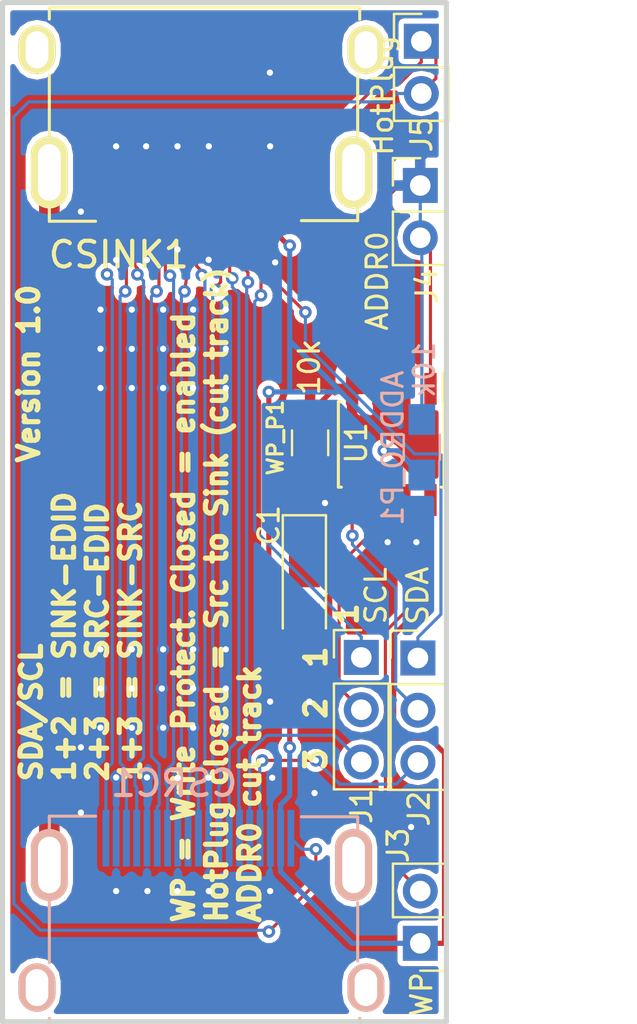
<source format=kicad_pcb>
(kicad_pcb (version 20171130) (host pcbnew no-vcs-found-694ad93~61~ubuntu17.10.1)

  (general
    (thickness 1.6)
    (drawings 11)
    (tracks 434)
    (zones 0)
    (modules 11)
    (nets 23)
  )

  (page A4)
  (layers
    (0 F.Cu signal)
    (31 B.Cu signal hide)
    (32 B.Adhes user hide)
    (33 F.Adhes user hide)
    (34 B.Paste user)
    (35 F.Paste user)
    (36 B.SilkS user)
    (37 F.SilkS user)
    (38 B.Mask user)
    (39 F.Mask user)
    (40 Dwgs.User user hide)
    (41 Cmts.User user hide)
    (42 Eco1.User user hide)
    (43 Eco2.User user hide)
    (44 Edge.Cuts user)
    (45 Margin user hide)
    (46 B.CrtYd user hide)
    (47 F.CrtYd user hide)
    (48 B.Fab user hide)
    (49 F.Fab user hide)
  )

  (setup
    (last_trace_width 0.1524)
    (trace_clearance 0.1524)
    (zone_clearance 0.508)
    (zone_45_only no)
    (trace_min 0.1524)
    (segment_width 0.3)
    (edge_width 0.25)
    (via_size 0.6096)
    (via_drill 0.3048)
    (via_min_size 0.6096)
    (via_min_drill 0.3048)
    (user_via 0.6096 0.3048)
    (uvia_size 0.5)
    (uvia_drill 0.127)
    (uvias_allowed no)
    (uvia_min_size 0)
    (uvia_min_drill 0)
    (pcb_text_width 0.3)
    (pcb_text_size 1.5 1.5)
    (mod_edge_width 0.15)
    (mod_text_size 1 1)
    (mod_text_width 0.15)
    (pad_size 1.2 1.2)
    (pad_drill 0)
    (pad_to_mask_clearance 0)
    (aux_axis_origin 40.767 165.7096)
    (grid_origin 40.767 165.7096)
    (visible_elements 7FFFFE7F)
    (pcbplotparams
      (layerselection 0x010f0_ffffffff)
      (usegerberextensions true)
      (usegerberattributes false)
      (usegerberadvancedattributes false)
      (creategerberjobfile false)
      (excludeedgelayer true)
      (linewidth 0.100000)
      (plotframeref false)
      (viasonmask false)
      (mode 1)
      (useauxorigin false)
      (hpglpennumber 1)
      (hpglpenspeed 20)
      (hpglpendiameter 15)
      (psnegative false)
      (psa4output false)
      (plotreference true)
      (plotvalue true)
      (plotinvisibletext false)
      (padsonsilk false)
      (subtractmaskfromsilk false)
      (outputformat 1)
      (mirror false)
      (drillshape 0)
      (scaleselection 1)
      (outputdirectory ./))
  )

  (net 0 "")
  (net 1 /CLK+)
  (net 2 /D0-)
  (net 3 GND)
  (net 4 /D0+)
  (net 5 /D1-)
  (net 6 /D1+)
  (net 7 /D2-)
  (net 8 /D2+)
  (net 9 /CLK-)
  (net 10 /SINK_CEC)
  (net 11 /SINK_SCL)
  (net 12 /SINK_SDA)
  (net 13 /VHDMI)
  (net 14 /SINK_HPD)
  (net 15 /SRC_SCL)
  (net 16 /SRC_SDA)
  (net 17 /SRC_HPD)
  (net 18 /RES)
  (net 19 "Net-(ADDR0_P1-Pad1)")
  (net 20 "Net-(J1-Pad2)")
  (net 21 "Net-(J2-Pad2)")
  (net 22 "Net-(J3-Pad2)")

  (net_class Default "This is the default net class."
    (clearance 0.1524)
    (trace_width 0.1524)
    (via_dia 0.6096)
    (via_drill 0.3048)
    (uvia_dia 0.5)
    (uvia_drill 0.127)
    (add_net /RES)
    (add_net /SINK_CEC)
    (add_net /SINK_HPD)
    (add_net /SINK_SCL)
    (add_net /SINK_SDA)
    (add_net /SRC_HPD)
    (add_net /SRC_SCL)
    (add_net /SRC_SDA)
    (add_net "Net-(ADDR0_P1-Pad1)")
    (add_net "Net-(J1-Pad2)")
    (add_net "Net-(J2-Pad2)")
    (add_net "Net-(J3-Pad2)")
  )

  (net_class HighSpeed ""
    (clearance 0.1524)
    (trace_width 0.1524)
    (via_dia 0.6096)
    (via_drill 0.3048)
    (uvia_dia 0.5)
    (uvia_drill 0.127)
    (add_net /CLK+)
    (add_net /CLK-)
    (add_net /D0+)
    (add_net /D0-)
    (add_net /D1+)
    (add_net /D1-)
    (add_net /D2+)
    (add_net /D2-)
  )

  (net_class PWR ""
    (clearance 0.2032)
    (trace_width 0.25)
    (via_dia 0.6096)
    (via_drill 0.3048)
    (uvia_dia 0.5)
    (uvia_drill 0.127)
    (add_net /VHDMI)
    (add_net GND)
  )

  (module hdmi:hdmi (layer F.Cu) (tedit 5A245CD7) (tstamp 5469A64F)
    (at 50.292 124.4346 180)
    (path /540C3D1D)
    (fp_text reference CSINK1 (at 3.8735 -4.0005) (layer F.SilkS)
      (effects (font (size 1.25 1.25) (thickness 0.2)))
    )
    (fp_text value HDMI (at 0 3.556 180) (layer F.SilkS) hide
      (effects (font (size 1.27 1.27) (thickness 0.254)))
    )
    (fp_line (start 7.25 -1.75) (end 7.25 -2.372) (layer F.SilkS) (width 0.15))
    (fp_line (start 7.25 -2.372) (end 5 -2.372) (layer F.SilkS) (width 0.15))
    (fp_line (start -7.75 -1.75) (end -7.75 -2.342) (layer F.SilkS) (width 0.15))
    (fp_line (start -7.75 -2.342) (end -5.01 -2.342) (layer F.SilkS) (width 0.15))
    (fp_line (start -7.75 4.66952) (end -7.75 1.81952) (layer F.SilkS) (width 0.15))
    (fp_line (start 7.25 4.75) (end 7.25 1.8) (layer F.SilkS) (width 0.15))
    (fp_line (start 0 8) (end -7.85 8) (layer F.SilkS) (width 0.15))
    (fp_line (start -7.85 8) (end -7.85 7.45) (layer F.SilkS) (width 0.15))
    (fp_line (start 0 8) (end 7.25 8) (layer F.SilkS) (width 0.15))
    (fp_line (start 7.25 8) (end 7.25 7.45) (layer F.SilkS) (width 0.15))
    (pad 10 smd rect (at 0 -1.3 180) (size 0.3302 2.75) (layers F.Cu F.Paste F.Mask)
      (net 1 /CLK+))
    (pad 9 smd rect (at 0.5 -1.3 180) (size 0.3302 2.75) (layers F.Cu F.Paste F.Mask)
      (net 2 /D0-))
    (pad 8 smd rect (at 1 -1.3 180) (size 0.3302 2.75) (layers F.Cu F.Paste F.Mask)
      (net 3 GND))
    (pad 7 smd rect (at 1.5 -1.3 180) (size 0.3302 2.75) (layers F.Cu F.Paste F.Mask)
      (net 4 /D0+))
    (pad 6 smd rect (at 2 -1.3 180) (size 0.3302 2.75) (layers F.Cu F.Paste F.Mask)
      (net 5 /D1-))
    (pad 5 smd rect (at 2.5 -1.3 180) (size 0.3302 2.75) (layers F.Cu F.Paste F.Mask)
      (net 3 GND))
    (pad 4 smd rect (at 3 -1.3 180) (size 0.3302 2.75) (layers F.Cu F.Paste F.Mask)
      (net 6 /D1+))
    (pad 3 smd rect (at 3.5 -1.3 180) (size 0.3302 2.75) (layers F.Cu F.Paste F.Mask)
      (net 7 /D2-))
    (pad 2 smd rect (at 4 -1.3 180) (size 0.3302 2.75) (layers F.Cu F.Paste F.Mask)
      (net 3 GND))
    (pad 1 smd rect (at 4.5 -1.3 180) (size 0.3302 2.75) (layers F.Cu F.Paste F.Mask)
      (net 8 /D2+))
    (pad 11 smd rect (at -0.5 -1.3 180) (size 0.3302 2.75) (layers F.Cu F.Paste F.Mask)
      (net 3 GND))
    (pad 12 smd rect (at -1 -1.3 180) (size 0.3302 2.75) (layers F.Cu F.Paste F.Mask)
      (net 9 /CLK-))
    (pad 13 smd rect (at -1.5 -1.3 180) (size 0.3302 2.75) (layers F.Cu F.Paste F.Mask)
      (net 10 /SINK_CEC))
    (pad 14 smd rect (at -2 -1.3 180) (size 0.3302 2.75) (layers F.Cu F.Paste F.Mask)
      (net 18 /RES))
    (pad 15 smd rect (at -2.5 -1.3 180) (size 0.3302 2.75) (layers F.Cu F.Paste F.Mask)
      (net 11 /SINK_SCL))
    (pad 16 smd rect (at -3 -1.3 180) (size 0.3302 2.75) (layers F.Cu F.Paste F.Mask)
      (net 12 /SINK_SDA))
    (pad 17 smd rect (at -3.5 -1.3 180) (size 0.3302 2.75) (layers F.Cu F.Paste F.Mask)
      (net 3 GND))
    (pad 18 smd rect (at -4 -1.3 180) (size 0.3302 2.75) (layers F.Cu F.Paste F.Mask)
      (net 13 /VHDMI))
    (pad 19 smd rect (at -4.5 -1.3 180) (size 0.3302 2.75) (layers F.Cu F.Paste F.Mask)
      (net 14 /SINK_HPD))
    (pad 0 thru_hole oval (at -7.55 0 180) (size 1.8 3.5) (drill oval 1.1 2.75) (layers *.Cu *.Mask F.SilkS))
    (pad 0 thru_hole oval (at 7.25 0 180) (size 1.8 3.5) (drill oval 1.1 2.75) (layers *.Cu *.Mask F.SilkS))
    (pad 0 thru_hole oval (at -8.15 5.96 180) (size 1.8 2.35) (drill oval 1.1 1.8) (layers *.Cu *.Mask F.SilkS))
    (pad 0 thru_hole oval (at 7.85 5.96 180) (size 1.8 2.35) (drill oval 1.1 1.8) (layers *.Cu *.Mask F.SilkS))
  )

  (module hdmi:hdmi (layer B.Cu) (tedit 58633C21) (tstamp 546A43A2)
    (at 50.292 158.0896 180)
    (path /540C3E12)
    (fp_text reference CSRC1 (at 1.1782 3.966 180) (layer B.SilkS)
      (effects (font (size 1.25 1.25) (thickness 0.2)) (justify mirror))
    )
    (fp_text value HDMI (at 0 -3.556 180) (layer B.SilkS) hide
      (effects (font (size 1.27 1.27) (thickness 0.254)) (justify mirror))
    )
    (fp_line (start 7.25 1.75) (end 7.25 2.372) (layer B.SilkS) (width 0.15))
    (fp_line (start 7.25 2.372) (end 5 2.372) (layer B.SilkS) (width 0.15))
    (fp_line (start -7.75 1.75) (end -7.75 2.342) (layer B.SilkS) (width 0.15))
    (fp_line (start -7.75 2.342) (end -5.01 2.342) (layer B.SilkS) (width 0.15))
    (fp_line (start -7.75 -4.66952) (end -7.75 -1.81952) (layer B.SilkS) (width 0.15))
    (fp_line (start 7.25 -4.75) (end 7.25 -1.8) (layer B.SilkS) (width 0.15))
    (fp_line (start 0 -8) (end -7.85 -8) (layer B.SilkS) (width 0.15))
    (fp_line (start -7.85 -8) (end -7.85 -7.45) (layer B.SilkS) (width 0.15))
    (fp_line (start 0 -8) (end 7.25 -8) (layer B.SilkS) (width 0.15))
    (fp_line (start 7.25 -8) (end 7.25 -7.45) (layer B.SilkS) (width 0.15))
    (pad 10 smd rect (at 0 1.3 180) (size 0.3302 2.75) (layers B.Cu B.Paste B.Mask)
      (net 1 /CLK+))
    (pad 9 smd rect (at 0.5 1.3 180) (size 0.3302 2.75) (layers B.Cu B.Paste B.Mask)
      (net 2 /D0-))
    (pad 8 smd rect (at 1 1.3 180) (size 0.3302 2.75) (layers B.Cu B.Paste B.Mask)
      (net 3 GND))
    (pad 7 smd rect (at 1.5 1.3 180) (size 0.3302 2.75) (layers B.Cu B.Paste B.Mask)
      (net 4 /D0+))
    (pad 6 smd rect (at 2 1.3 180) (size 0.3302 2.75) (layers B.Cu B.Paste B.Mask)
      (net 5 /D1-))
    (pad 5 smd rect (at 2.5 1.3 180) (size 0.3302 2.75) (layers B.Cu B.Paste B.Mask)
      (net 3 GND))
    (pad 4 smd rect (at 3 1.3 180) (size 0.3302 2.75) (layers B.Cu B.Paste B.Mask)
      (net 6 /D1+))
    (pad 3 smd rect (at 3.5 1.3 180) (size 0.3302 2.75) (layers B.Cu B.Paste B.Mask)
      (net 7 /D2-))
    (pad 2 smd rect (at 4 1.3 180) (size 0.3302 2.75) (layers B.Cu B.Paste B.Mask)
      (net 3 GND))
    (pad 1 smd rect (at 4.5 1.3 180) (size 0.3302 2.75) (layers B.Cu B.Paste B.Mask)
      (net 8 /D2+))
    (pad 11 smd rect (at -0.5 1.3 180) (size 0.3302 2.75) (layers B.Cu B.Paste B.Mask)
      (net 3 GND))
    (pad 12 smd rect (at -1 1.3 180) (size 0.3302 2.75) (layers B.Cu B.Paste B.Mask)
      (net 9 /CLK-))
    (pad 13 smd rect (at -1.5 1.3 180) (size 0.3302 2.75) (layers B.Cu B.Paste B.Mask)
      (net 10 /SINK_CEC))
    (pad 14 smd rect (at -2 1.3 180) (size 0.3302 2.75) (layers B.Cu B.Paste B.Mask)
      (net 18 /RES))
    (pad 15 smd rect (at -2.5 1.3 180) (size 0.3302 2.75) (layers B.Cu B.Paste B.Mask)
      (net 15 /SRC_SCL))
    (pad 16 smd rect (at -3 1.3 180) (size 0.3302 2.75) (layers B.Cu B.Paste B.Mask)
      (net 16 /SRC_SDA))
    (pad 17 smd rect (at -3.5 1.3 180) (size 0.3302 2.75) (layers B.Cu B.Paste B.Mask)
      (net 3 GND))
    (pad 18 smd rect (at -4 1.3 180) (size 0.3302 2.75) (layers B.Cu B.Paste B.Mask)
      (net 13 /VHDMI))
    (pad 19 smd rect (at -4.5 1.3 180) (size 0.3302 2.75) (layers B.Cu B.Paste B.Mask)
      (net 17 /SRC_HPD))
    (pad 0 thru_hole oval (at -7.55 0 180) (size 1.8 3.5) (drill oval 1.1 2.75) (layers *.Cu *.Mask B.SilkS))
    (pad 0 thru_hole oval (at 7.25 0 180) (size 1.8 3.5) (drill oval 1.1 2.75) (layers *.Cu *.Mask B.SilkS))
    (pad 0 thru_hole oval (at -8.15 -5.96 180) (size 1.8 2.35) (drill oval 1.1 1.8) (layers *.Cu *.Mask B.SilkS))
    (pad 0 thru_hole oval (at 7.85 -5.96 180) (size 1.8 2.35) (drill oval 1.1 1.8) (layers *.Cu *.Mask B.SilkS))
  )

  (module Resistors_SMD:R_0805_HandSoldering (layer B.Cu) (tedit 5A245CFC) (tstamp 5A24264B)
    (at 61.1632 137.7912 270)
    (descr "Resistor SMD 0805, hand soldering")
    (tags "resistor 0805")
    (path /5A2415EB)
    (attr smd)
    (fp_text reference ADDR0_P1 (at 0.0419 1.4097 270) (layer B.SilkS)
      (effects (font (size 1 1) (thickness 0.15)) (justify mirror))
    )
    (fp_text value 10k (at -3.7681 -0.1143 270) (layer B.SilkS)
      (effects (font (size 1 1) (thickness 0.15)) (justify mirror))
    )
    (fp_text user %R (at 0 0 270) (layer B.Fab)
      (effects (font (size 0.5 0.5) (thickness 0.075)) (justify mirror))
    )
    (fp_line (start -1 -0.62) (end -1 0.62) (layer B.Fab) (width 0.1))
    (fp_line (start 1 -0.62) (end -1 -0.62) (layer B.Fab) (width 0.1))
    (fp_line (start 1 0.62) (end 1 -0.62) (layer B.Fab) (width 0.1))
    (fp_line (start -1 0.62) (end 1 0.62) (layer B.Fab) (width 0.1))
    (fp_line (start 0.6 -0.88) (end -0.6 -0.88) (layer B.SilkS) (width 0.12))
    (fp_line (start -0.6 0.88) (end 0.6 0.88) (layer B.SilkS) (width 0.12))
    (fp_line (start -2.35 0.9) (end 2.35 0.9) (layer B.CrtYd) (width 0.05))
    (fp_line (start -2.35 0.9) (end -2.35 -0.9) (layer B.CrtYd) (width 0.05))
    (fp_line (start 2.35 -0.9) (end 2.35 0.9) (layer B.CrtYd) (width 0.05))
    (fp_line (start 2.35 -0.9) (end -2.35 -0.9) (layer B.CrtYd) (width 0.05))
    (pad 1 smd rect (at -1.35 0 270) (size 1.5 1.3) (layers B.Cu B.Paste B.Mask)
      (net 19 "Net-(ADDR0_P1-Pad1)"))
    (pad 2 smd rect (at 1.35 0 270) (size 1.5 1.3) (layers B.Cu B.Paste B.Mask)
      (net 13 /VHDMI))
    (model ${KISYS3DMOD}/Resistors_SMD.3dshapes/R_0805.wrl
      (at (xyz 0 0 0))
      (scale (xyz 1 1 1))
      (rotate (xyz 0 0 0))
    )
  )

  (module Capacitors_Tantalum_SMD:CP_Tantalum_Case-A_EIA-3216-18_Hand (layer F.Cu) (tedit 5A25916D) (tstamp 5A23F6D0)
    (at 55.4482 144.9959 270)
    (descr "Tantalum capacitor, Case A, EIA 3216-18, 3.2x1.6x1.6mm, Hand soldering footprint")
    (tags "capacitor tantalum smd")
    (path /5A2417B3)
    (attr smd)
    (fp_text reference C1 (at -3.4163 1.7272 270) (layer F.SilkS)
      (effects (font (size 1 1) (thickness 0.15)))
    )
    (fp_text value C_PWR (at 0 2.55 270) (layer F.Fab)
      (effects (font (size 1 1) (thickness 0.15)))
    )
    (fp_text user %R (at 0 0 270) (layer F.Fab)
      (effects (font (size 0.7 0.7) (thickness 0.105)))
    )
    (fp_line (start -4 -1.2) (end -4 1.2) (layer F.CrtYd) (width 0.05))
    (fp_line (start -4 1.2) (end 4 1.2) (layer F.CrtYd) (width 0.05))
    (fp_line (start 4 1.2) (end 4 -1.2) (layer F.CrtYd) (width 0.05))
    (fp_line (start 4 -1.2) (end -4 -1.2) (layer F.CrtYd) (width 0.05))
    (fp_line (start -1.6 -0.8) (end -1.6 0.8) (layer F.Fab) (width 0.1))
    (fp_line (start -1.6 0.8) (end 1.6 0.8) (layer F.Fab) (width 0.1))
    (fp_line (start 1.6 0.8) (end 1.6 -0.8) (layer F.Fab) (width 0.1))
    (fp_line (start 1.6 -0.8) (end -1.6 -0.8) (layer F.Fab) (width 0.1))
    (fp_line (start -1.28 -0.8) (end -1.28 0.8) (layer F.Fab) (width 0.1))
    (fp_line (start -1.12 -0.8) (end -1.12 0.8) (layer F.Fab) (width 0.1))
    (fp_line (start -3.9 -1.05) (end 1.6 -1.05) (layer F.SilkS) (width 0.12))
    (fp_line (start -3.9 1.05) (end 1.6 1.05) (layer F.SilkS) (width 0.12))
    (fp_line (start -3.9 -1.05) (end -3.9 1.05) (layer F.SilkS) (width 0.12))
    (pad 1 smd rect (at -2 0 270) (size 3.2 1.5) (layers F.Cu F.Paste F.Mask)
      (net 3 GND))
    (pad 2 smd rect (at 2 0 270) (size 3.2 1.5) (layers F.Cu F.Paste F.Mask)
      (net 13 /VHDMI))
    (model Capacitors_Tantalum_SMD.3dshapes/CP_Tantalum_Case-A_EIA-3216-18.wrl
      (at (xyz 0 0 0))
      (scale (xyz 1 1 1))
      (rotate (xyz 0 0 0))
    )
  )

  (module Pin_Headers:Pin_Header_Straight_1x03_Pitch2.54mm (layer F.Cu) (tedit 5A2591BF) (tstamp 5A23F6E7)
    (at 58.2168 148.0058)
    (descr "Through hole straight pin header, 1x03, 2.54mm pitch, single row")
    (tags "Through hole pin header THT 1x03 2.54mm single row")
    (path /5A240341)
    (fp_text reference J1 (at 0.0127 7.2263 90) (layer F.SilkS)
      (effects (font (size 1 1) (thickness 0.15)))
    )
    (fp_text value SCL (at 0.7112 -2.9972 90) (layer F.SilkS)
      (effects (font (size 1 1) (thickness 0.15)))
    )
    (fp_line (start -0.635 -1.27) (end 1.27 -1.27) (layer F.Fab) (width 0.1))
    (fp_line (start 1.27 -1.27) (end 1.27 6.35) (layer F.Fab) (width 0.1))
    (fp_line (start 1.27 6.35) (end -1.27 6.35) (layer F.Fab) (width 0.1))
    (fp_line (start -1.27 6.35) (end -1.27 -0.635) (layer F.Fab) (width 0.1))
    (fp_line (start -1.27 -0.635) (end -0.635 -1.27) (layer F.Fab) (width 0.1))
    (fp_line (start -1.33 6.41) (end 1.33 6.41) (layer F.SilkS) (width 0.12))
    (fp_line (start -1.33 1.27) (end -1.33 6.41) (layer F.SilkS) (width 0.12))
    (fp_line (start 1.33 1.27) (end 1.33 6.41) (layer F.SilkS) (width 0.12))
    (fp_line (start -1.33 1.27) (end 1.33 1.27) (layer F.SilkS) (width 0.12))
    (fp_line (start -1.33 0) (end -1.33 -1.33) (layer F.SilkS) (width 0.12))
    (fp_line (start -1.33 -1.33) (end 0 -1.33) (layer F.SilkS) (width 0.12))
    (fp_line (start -1.8 -1.8) (end -1.8 6.85) (layer F.CrtYd) (width 0.05))
    (fp_line (start -1.8 6.85) (end 1.8 6.85) (layer F.CrtYd) (width 0.05))
    (fp_line (start 1.8 6.85) (end 1.8 -1.8) (layer F.CrtYd) (width 0.05))
    (fp_line (start 1.8 -1.8) (end -1.8 -1.8) (layer F.CrtYd) (width 0.05))
    (fp_text user %R (at 0 2.54 90) (layer F.Fab)
      (effects (font (size 1 1) (thickness 0.15)))
    )
    (pad 1 thru_hole rect (at 0 0) (size 1.7 1.7) (drill 1) (layers *.Cu *.Mask)
      (net 11 /SINK_SCL))
    (pad 2 thru_hole oval (at 0 2.54) (size 1.7 1.7) (drill 1) (layers *.Cu *.Mask)
      (net 20 "Net-(J1-Pad2)"))
    (pad 3 thru_hole oval (at 0 5.08) (size 1.7 1.7) (drill 1) (layers *.Cu *.Mask)
      (net 15 /SRC_SCL))
    (model ${KISYS3DMOD}/Pin_Headers.3dshapes/Pin_Header_Straight_1x03_Pitch2.54mm.wrl
      (at (xyz 0 0 0))
      (scale (xyz 1 1 1))
      (rotate (xyz 0 0 0))
    )
  )

  (module Pin_Headers:Pin_Header_Straight_1x03_Pitch2.54mm (layer F.Cu) (tedit 5A2591C2) (tstamp 5A23F6FE)
    (at 60.9727 148.0312)
    (descr "Through hole straight pin header, 1x03, 2.54mm pitch, single row")
    (tags "Through hole pin header THT 1x03 2.54mm single row")
    (path /5A240864)
    (fp_text reference J2 (at 0.0508 7.3279 90) (layer F.SilkS)
      (effects (font (size 1 1) (thickness 0.15)))
    )
    (fp_text value SDA (at -0.0127 -3.0226 90) (layer F.SilkS)
      (effects (font (size 1 1) (thickness 0.15)))
    )
    (fp_text user %R (at 0 2.54 90) (layer F.Fab)
      (effects (font (size 1 1) (thickness 0.15)))
    )
    (fp_line (start 1.8 -1.8) (end -1.8 -1.8) (layer F.CrtYd) (width 0.05))
    (fp_line (start 1.8 6.85) (end 1.8 -1.8) (layer F.CrtYd) (width 0.05))
    (fp_line (start -1.8 6.85) (end 1.8 6.85) (layer F.CrtYd) (width 0.05))
    (fp_line (start -1.8 -1.8) (end -1.8 6.85) (layer F.CrtYd) (width 0.05))
    (fp_line (start -1.33 -1.33) (end 0 -1.33) (layer F.SilkS) (width 0.12))
    (fp_line (start -1.33 0) (end -1.33 -1.33) (layer F.SilkS) (width 0.12))
    (fp_line (start -1.33 1.27) (end 1.33 1.27) (layer F.SilkS) (width 0.12))
    (fp_line (start 1.33 1.27) (end 1.33 6.41) (layer F.SilkS) (width 0.12))
    (fp_line (start -1.33 1.27) (end -1.33 6.41) (layer F.SilkS) (width 0.12))
    (fp_line (start -1.33 6.41) (end 1.33 6.41) (layer F.SilkS) (width 0.12))
    (fp_line (start -1.27 -0.635) (end -0.635 -1.27) (layer F.Fab) (width 0.1))
    (fp_line (start -1.27 6.35) (end -1.27 -0.635) (layer F.Fab) (width 0.1))
    (fp_line (start 1.27 6.35) (end -1.27 6.35) (layer F.Fab) (width 0.1))
    (fp_line (start 1.27 -1.27) (end 1.27 6.35) (layer F.Fab) (width 0.1))
    (fp_line (start -0.635 -1.27) (end 1.27 -1.27) (layer F.Fab) (width 0.1))
    (pad 3 thru_hole oval (at 0 5.08) (size 1.7 1.7) (drill 1) (layers *.Cu *.Mask)
      (net 16 /SRC_SDA))
    (pad 2 thru_hole oval (at 0 2.54) (size 1.7 1.7) (drill 1) (layers *.Cu *.Mask)
      (net 21 "Net-(J2-Pad2)"))
    (pad 1 thru_hole rect (at 0 0) (size 1.7 1.7) (drill 1) (layers *.Cu *.Mask)
      (net 12 /SINK_SDA))
    (model ${KISYS3DMOD}/Pin_Headers.3dshapes/Pin_Header_Straight_1x03_Pitch2.54mm.wrl
      (at (xyz 0 0 0))
      (scale (xyz 1 1 1))
      (rotate (xyz 0 0 0))
    )
  )

  (module Pin_Headers:Pin_Header_Straight_1x02_Pitch2.54mm (layer F.Cu) (tedit 5A245C47) (tstamp 5A23F714)
    (at 61.087 161.8996 180)
    (descr "Through hole straight pin header, 1x02, 2.54mm pitch, single row")
    (tags "Through hole pin header THT 1x02 2.54mm single row")
    (path /5A240FCA)
    (fp_text reference J3 (at 1.0795 4.7625 270) (layer F.SilkS)
      (effects (font (size 1 1) (thickness 0.15)))
    )
    (fp_text value WP (at -0.0635 -2.4765 270) (layer F.SilkS)
      (effects (font (size 1 1) (thickness 0.15)))
    )
    (fp_text user %R (at 0 1.27 270) (layer F.Fab)
      (effects (font (size 1 1) (thickness 0.15)))
    )
    (fp_line (start 1.8 -1.8) (end -1.8 -1.8) (layer F.CrtYd) (width 0.05))
    (fp_line (start 1.8 4.35) (end 1.8 -1.8) (layer F.CrtYd) (width 0.05))
    (fp_line (start -1.8 4.35) (end 1.8 4.35) (layer F.CrtYd) (width 0.05))
    (fp_line (start -1.8 -1.8) (end -1.8 4.35) (layer F.CrtYd) (width 0.05))
    (fp_line (start -1.33 -1.33) (end 0 -1.33) (layer F.SilkS) (width 0.12))
    (fp_line (start -1.33 0) (end -1.33 -1.33) (layer F.SilkS) (width 0.12))
    (fp_line (start -1.33 1.27) (end 1.33 1.27) (layer F.SilkS) (width 0.12))
    (fp_line (start 1.33 1.27) (end 1.33 3.87) (layer F.SilkS) (width 0.12))
    (fp_line (start -1.33 1.27) (end -1.33 3.87) (layer F.SilkS) (width 0.12))
    (fp_line (start -1.33 3.87) (end 1.33 3.87) (layer F.SilkS) (width 0.12))
    (fp_line (start -1.27 -0.635) (end -0.635 -1.27) (layer F.Fab) (width 0.1))
    (fp_line (start -1.27 3.81) (end -1.27 -0.635) (layer F.Fab) (width 0.1))
    (fp_line (start 1.27 3.81) (end -1.27 3.81) (layer F.Fab) (width 0.1))
    (fp_line (start 1.27 -1.27) (end 1.27 3.81) (layer F.Fab) (width 0.1))
    (fp_line (start -0.635 -1.27) (end 1.27 -1.27) (layer F.Fab) (width 0.1))
    (pad 2 thru_hole oval (at 0 2.54 180) (size 1.7 1.7) (drill 1) (layers *.Cu *.Mask)
      (net 22 "Net-(J3-Pad2)"))
    (pad 1 thru_hole rect (at 0 0 180) (size 1.7 1.7) (drill 1) (layers *.Cu *.Mask)
      (net 13 /VHDMI))
    (model ${KISYS3DMOD}/Pin_Headers.3dshapes/Pin_Header_Straight_1x02_Pitch2.54mm.wrl
      (at (xyz 0 0 0))
      (scale (xyz 1 1 1))
      (rotate (xyz 0 0 0))
    )
  )

  (module Pin_Headers:Pin_Header_Straight_1x02_Pitch2.54mm (layer F.Cu) (tedit 5A245C5C) (tstamp 5A23F72A)
    (at 61.087 125.0696)
    (descr "Through hole straight pin header, 1x02, 2.54mm pitch, single row")
    (tags "Through hole pin header THT 1x02 2.54mm single row")
    (path /5A240434)
    (fp_text reference J4 (at 0.3175 4.8895 90) (layer F.SilkS)
      (effects (font (size 1 1) (thickness 0.15)))
    )
    (fp_text value ADDR0 (at -2.0955 4.6355 90) (layer F.SilkS)
      (effects (font (size 1 1) (thickness 0.15)))
    )
    (fp_line (start -0.635 -1.27) (end 1.27 -1.27) (layer F.Fab) (width 0.1))
    (fp_line (start 1.27 -1.27) (end 1.27 3.81) (layer F.Fab) (width 0.1))
    (fp_line (start 1.27 3.81) (end -1.27 3.81) (layer F.Fab) (width 0.1))
    (fp_line (start -1.27 3.81) (end -1.27 -0.635) (layer F.Fab) (width 0.1))
    (fp_line (start -1.27 -0.635) (end -0.635 -1.27) (layer F.Fab) (width 0.1))
    (fp_line (start -1.33 3.87) (end 1.33 3.87) (layer F.SilkS) (width 0.12))
    (fp_line (start -1.33 1.27) (end -1.33 3.87) (layer F.SilkS) (width 0.12))
    (fp_line (start 1.33 1.27) (end 1.33 3.87) (layer F.SilkS) (width 0.12))
    (fp_line (start -1.33 1.27) (end 1.33 1.27) (layer F.SilkS) (width 0.12))
    (fp_line (start -1.33 0) (end -1.33 -1.33) (layer F.SilkS) (width 0.12))
    (fp_line (start -1.33 -1.33) (end 0 -1.33) (layer F.SilkS) (width 0.12))
    (fp_line (start -1.8 -1.8) (end -1.8 4.35) (layer F.CrtYd) (width 0.05))
    (fp_line (start -1.8 4.35) (end 1.8 4.35) (layer F.CrtYd) (width 0.05))
    (fp_line (start 1.8 4.35) (end 1.8 -1.8) (layer F.CrtYd) (width 0.05))
    (fp_line (start 1.8 -1.8) (end -1.8 -1.8) (layer F.CrtYd) (width 0.05))
    (fp_text user %R (at 0 1.27 90) (layer F.Fab)
      (effects (font (size 1 1) (thickness 0.15)))
    )
    (pad 1 thru_hole rect (at 0 0) (size 1.7 1.7) (drill 1) (layers *.Cu *.Mask)
      (net 3 GND))
    (pad 2 thru_hole oval (at 0 2.54) (size 1.7 1.7) (drill 1) (layers *.Cu *.Mask)
      (net 19 "Net-(ADDR0_P1-Pad1)"))
    (model ${KISYS3DMOD}/Pin_Headers.3dshapes/Pin_Header_Straight_1x02_Pitch2.54mm.wrl
      (at (xyz 0 0 0))
      (scale (xyz 1 1 1))
      (rotate (xyz 0 0 0))
    )
  )

  (module Housings_SOIC:SOIC-8_3.9x4.9mm_Pitch1.27mm (layer F.Cu) (tedit 58CD0CDA) (tstamp 5A24342D)
    (at 59.6773 137.6553 270)
    (descr "8-Lead Plastic Small Outline (SN) - Narrow, 3.90 mm Body [SOIC] (see Microchip Packaging Specification 00000049BS.pdf)")
    (tags "SOIC 1.27")
    (path /5A2424FE)
    (attr smd)
    (fp_text reference U1 (at -0.0762 1.7018 270) (layer F.SilkS)
      (effects (font (size 1 1) (thickness 0.15)))
    )
    (fp_text value 24LC16 (at 0 3.5 270) (layer F.Fab)
      (effects (font (size 1 1) (thickness 0.15)))
    )
    (fp_text user %R (at 0 0 270) (layer F.Fab)
      (effects (font (size 1 1) (thickness 0.15)))
    )
    (fp_line (start -0.95 -2.45) (end 1.95 -2.45) (layer F.Fab) (width 0.1))
    (fp_line (start 1.95 -2.45) (end 1.95 2.45) (layer F.Fab) (width 0.1))
    (fp_line (start 1.95 2.45) (end -1.95 2.45) (layer F.Fab) (width 0.1))
    (fp_line (start -1.95 2.45) (end -1.95 -1.45) (layer F.Fab) (width 0.1))
    (fp_line (start -1.95 -1.45) (end -0.95 -2.45) (layer F.Fab) (width 0.1))
    (fp_line (start -3.73 -2.7) (end -3.73 2.7) (layer F.CrtYd) (width 0.05))
    (fp_line (start 3.73 -2.7) (end 3.73 2.7) (layer F.CrtYd) (width 0.05))
    (fp_line (start -3.73 -2.7) (end 3.73 -2.7) (layer F.CrtYd) (width 0.05))
    (fp_line (start -3.73 2.7) (end 3.73 2.7) (layer F.CrtYd) (width 0.05))
    (fp_line (start -2.075 -2.575) (end -2.075 -2.525) (layer F.SilkS) (width 0.15))
    (fp_line (start 2.075 -2.575) (end 2.075 -2.43) (layer F.SilkS) (width 0.15))
    (fp_line (start 2.075 2.575) (end 2.075 2.43) (layer F.SilkS) (width 0.15))
    (fp_line (start -2.075 2.575) (end -2.075 2.43) (layer F.SilkS) (width 0.15))
    (fp_line (start -2.075 -2.575) (end 2.075 -2.575) (layer F.SilkS) (width 0.15))
    (fp_line (start -2.075 2.575) (end 2.075 2.575) (layer F.SilkS) (width 0.15))
    (fp_line (start -2.075 -2.525) (end -3.475 -2.525) (layer F.SilkS) (width 0.15))
    (pad 1 smd rect (at -2.7 -1.905 270) (size 1.55 0.6) (layers F.Cu F.Paste F.Mask)
      (net 19 "Net-(ADDR0_P1-Pad1)"))
    (pad 2 smd rect (at -2.7 -0.635 270) (size 1.55 0.6) (layers F.Cu F.Paste F.Mask)
      (net 3 GND))
    (pad 3 smd rect (at -2.7 0.635 270) (size 1.55 0.6) (layers F.Cu F.Paste F.Mask)
      (net 3 GND))
    (pad 4 smd rect (at -2.7 1.905 270) (size 1.55 0.6) (layers F.Cu F.Paste F.Mask)
      (net 3 GND))
    (pad 5 smd rect (at 2.7 1.905 270) (size 1.55 0.6) (layers F.Cu F.Paste F.Mask)
      (net 21 "Net-(J2-Pad2)"))
    (pad 6 smd rect (at 2.7 0.635 270) (size 1.55 0.6) (layers F.Cu F.Paste F.Mask)
      (net 20 "Net-(J1-Pad2)"))
    (pad 7 smd rect (at 2.7 -0.635 270) (size 1.55 0.6) (layers F.Cu F.Paste F.Mask)
      (net 22 "Net-(J3-Pad2)"))
    (pad 8 smd rect (at 2.7 -1.905 270) (size 1.55 0.6) (layers F.Cu F.Paste F.Mask)
      (net 13 /VHDMI))
    (model ${KISYS3DMOD}/Housings_SOIC.3dshapes/SOIC-8_3.9x4.9mm_Pitch1.27mm.wrl
      (at (xyz 0 0 0))
      (scale (xyz 1 1 1))
      (rotate (xyz 0 0 0))
    )
  )

  (module Resistors_SMD:R_0805_HandSoldering (layer F.Cu) (tedit 5A258BB8) (tstamp 5A23F757)
    (at 55.7276 137.5753 270)
    (descr "Resistor SMD 0805, hand soldering")
    (tags "resistor 0805")
    (path /5A241A66)
    (attr smd)
    (fp_text reference WP_P1 (at -0.2502 1.6891 270) (layer F.SilkS)
      (effects (font (size 0.75 0.75) (thickness 0.15)))
    )
    (fp_text value 10k (at -3.6792 0.0381 270) (layer F.SilkS)
      (effects (font (size 1 1) (thickness 0.15)))
    )
    (fp_line (start 2.35 0.9) (end -2.35 0.9) (layer F.CrtYd) (width 0.05))
    (fp_line (start 2.35 0.9) (end 2.35 -0.9) (layer F.CrtYd) (width 0.05))
    (fp_line (start -2.35 -0.9) (end -2.35 0.9) (layer F.CrtYd) (width 0.05))
    (fp_line (start -2.35 -0.9) (end 2.35 -0.9) (layer F.CrtYd) (width 0.05))
    (fp_line (start -0.6 -0.88) (end 0.6 -0.88) (layer F.SilkS) (width 0.12))
    (fp_line (start 0.6 0.88) (end -0.6 0.88) (layer F.SilkS) (width 0.12))
    (fp_line (start -1 -0.62) (end 1 -0.62) (layer F.Fab) (width 0.1))
    (fp_line (start 1 -0.62) (end 1 0.62) (layer F.Fab) (width 0.1))
    (fp_line (start 1 0.62) (end -1 0.62) (layer F.Fab) (width 0.1))
    (fp_line (start -1 0.62) (end -1 -0.62) (layer F.Fab) (width 0.1))
    (fp_text user %R (at 0 0 270) (layer F.Fab)
      (effects (font (size 0.5 0.5) (thickness 0.075)))
    )
    (pad 2 smd rect (at 1.35 0 270) (size 1.5 1.3) (layers F.Cu F.Paste F.Mask)
      (net 22 "Net-(J3-Pad2)"))
    (pad 1 smd rect (at -1.35 0 270) (size 1.5 1.3) (layers F.Cu F.Paste F.Mask)
      (net 3 GND))
    (model ${KISYS3DMOD}/Resistors_SMD.3dshapes/R_0805.wrl
      (at (xyz 0 0 0))
      (scale (xyz 1 1 1))
      (rotate (xyz 0 0 0))
    )
  )

  (module Pin_Headers:Pin_Header_Straight_1x02_Pitch2.54mm (layer F.Cu) (tedit 5A245CA0) (tstamp 5A246099)
    (at 61.1378 118.0592)
    (descr "Through hole straight pin header, 1x02, 2.54mm pitch, single row")
    (tags "Through hole pin header THT 1x02 2.54mm single row")
    (path /5A242249)
    (fp_text reference J5 (at 0.0127 4.5339 270) (layer F.SilkS)
      (effects (font (size 1 1) (thickness 0.15)))
    )
    (fp_text value HotPlug (at -1.8923 2.6289 270) (layer F.SilkS)
      (effects (font (size 1 1) (thickness 0.15)))
    )
    (fp_line (start -0.635 -1.27) (end 1.27 -1.27) (layer F.Fab) (width 0.1))
    (fp_line (start 1.27 -1.27) (end 1.27 3.81) (layer F.Fab) (width 0.1))
    (fp_line (start 1.27 3.81) (end -1.27 3.81) (layer F.Fab) (width 0.1))
    (fp_line (start -1.27 3.81) (end -1.27 -0.635) (layer F.Fab) (width 0.1))
    (fp_line (start -1.27 -0.635) (end -0.635 -1.27) (layer F.Fab) (width 0.1))
    (fp_line (start -1.33 3.87) (end 1.33 3.87) (layer F.SilkS) (width 0.12))
    (fp_line (start -1.33 1.27) (end -1.33 3.87) (layer F.SilkS) (width 0.12))
    (fp_line (start 1.33 1.27) (end 1.33 3.87) (layer F.SilkS) (width 0.12))
    (fp_line (start -1.33 1.27) (end 1.33 1.27) (layer F.SilkS) (width 0.12))
    (fp_line (start -1.33 0) (end -1.33 -1.33) (layer F.SilkS) (width 0.12))
    (fp_line (start -1.33 -1.33) (end 0 -1.33) (layer F.SilkS) (width 0.12))
    (fp_line (start -1.8 -1.8) (end -1.8 4.35) (layer F.CrtYd) (width 0.05))
    (fp_line (start -1.8 4.35) (end 1.8 4.35) (layer F.CrtYd) (width 0.05))
    (fp_line (start 1.8 4.35) (end 1.8 -1.8) (layer F.CrtYd) (width 0.05))
    (fp_line (start 1.8 -1.8) (end -1.8 -1.8) (layer F.CrtYd) (width 0.05))
    (fp_text user %R (at 9.6647 3.3909 90) (layer F.Fab)
      (effects (font (size 1 1) (thickness 0.15)))
    )
    (pad 1 thru_hole rect (at 0 0) (size 1.7 1.7) (drill 1) (layers *.Cu *.Mask)
      (net 14 /SINK_HPD))
    (pad 2 thru_hole oval (at 0 2.54) (size 1.7 1.7) (drill 1) (layers *.Cu *.Mask)
      (net 17 /SRC_HPD))
    (model ${KISYS3DMOD}/Pin_Headers.3dshapes/Pin_Header_Straight_1x02_Pitch2.54mm.wrl
      (at (xyz 0 0 0))
      (scale (xyz 1 1 1))
      (rotate (xyz 0 0 0))
    )
  )

  (gr_text 1 (at 57.531 145.8976 90) (layer F.SilkS)
    (effects (font (size 1 1) (thickness 0.25)))
  )
  (gr_text "3  2  1" (at 56.007 150.4696 90) (layer F.SilkS)
    (effects (font (size 1 1) (thickness 0.25)))
  )
  (gr_text "Version 1.0" (at 42.037 134.2136 90) (layer F.SilkS)
    (effects (font (size 1 1) (thickness 0.25)))
  )
  (gr_text "WP = Write Protect. Closed = enabled\nHotPlug closed = Src to Sink (cut track)\nADDR0 cut track" (at 51.181 161.0106 90) (layer F.SilkS)
    (effects (font (size 1 1) (thickness 0.25)) (justify left))
  )
  (gr_text "SDA/SCL\n1+2 = SINK-EDID\n2+3 = SRC-EDID\n1+3 = SINK-SRC" (at 44.577 154.1526 90) (layer F.SilkS)
    (effects (font (size 1 1) (thickness 0.25)) (justify left))
  )
  (dimension 21.59 (width 0.3) (layer Dwgs.User)
    (gr_text "21.590 mm" (at 51.562 108.4796) (layer Dwgs.User)
      (effects (font (size 1.5 1.5) (thickness 0.3)))
    )
    (feature1 (pts (xy 62.357 116.1161) (xy 62.357 107.1296)))
    (feature2 (pts (xy 40.767 116.1161) (xy 40.767 107.1296)))
    (crossbar (pts (xy 40.767 109.8296) (xy 62.357 109.8296)))
    (arrow1a (pts (xy 62.357 109.8296) (xy 61.230496 110.416021)))
    (arrow1b (pts (xy 62.357 109.8296) (xy 61.230496 109.243179)))
    (arrow2a (pts (xy 40.767 109.8296) (xy 41.893504 110.416021)))
    (arrow2b (pts (xy 40.767 109.8296) (xy 41.893504 109.243179)))
  )
  (dimension 49.5935 (width 0.3) (layer Dwgs.User)
    (gr_text "49.593 mm" (at 69.168 140.97635 90) (layer Dwgs.User)
      (effects (font (size 1.5 1.5) (thickness 0.3)))
    )
    (feature1 (pts (xy 62.357 116.1796) (xy 70.518 116.1796)))
    (feature2 (pts (xy 62.357 165.7731) (xy 70.518 165.7731)))
    (crossbar (pts (xy 67.818 165.7731) (xy 67.818 116.1796)))
    (arrow1a (pts (xy 67.818 116.1796) (xy 68.404421 117.306104)))
    (arrow1b (pts (xy 67.818 116.1796) (xy 67.231579 117.306104)))
    (arrow2a (pts (xy 67.818 165.7731) (xy 68.404421 164.646596)))
    (arrow2b (pts (xy 67.818 165.7731) (xy 67.231579 164.646596)))
  )
  (gr_line (start 40.767 116.1796) (end 62.357 116.1796) (angle 90) (layer Edge.Cuts) (width 0.25))
  (gr_line (start 62.357 165.7096) (end 40.767 165.7096) (angle 90) (layer Edge.Cuts) (width 0.25))
  (gr_line (start 62.357 165.7096) (end 62.357 116.1796) (angle 90) (layer Edge.Cuts) (width 0.25))
  (gr_line (start 40.767 116.1796) (end 40.767 165.7096) (angle 90) (layer Edge.Cuts) (width 0.25))

  (segment (start 43.042 124.4346) (end 43.042 158.0896) (width 1) (layer F.Cu) (net 0))
  (segment (start 59.296299 154.901899) (end 60.6425 156.2481) (width 0.25) (layer B.Cu) (net 3))
  (via (at 60.6425 156.2481) (size 0.6096) (drill 0.3048) (layers F.Cu B.Cu) (net 3))
  (segment (start 55.9435 154.5971) (end 56.248299 154.901899) (width 0.25) (layer B.Cu) (net 3))
  (segment (start 56.248299 154.901899) (end 59.296299 154.901899) (width 0.25) (layer B.Cu) (net 3))
  (segment (start 55.1994 153.853) (end 55.9435 154.5971) (width 0.25) (layer F.Cu) (net 3))
  (segment (start 53.885477 153.853) (end 55.1994 153.853) (width 0.25) (layer F.Cu) (net 3))
  (via (at 55.9435 154.5971) (size 0.6096) (drill 0.3048) (layers F.Cu B.Cu) (net 3))
  (via (at 55.6895 150.1521) (size 0.6096) (drill 0.3048) (layers F.Cu B.Cu) (net 3))
  (segment (start 53.7845 150.1521) (end 55.6895 150.1521) (width 0.25) (layer B.Cu) (net 3))
  (segment (start 52.5145 151.4221) (end 53.7845 150.1521) (width 0.25) (layer F.Cu) (net 3))
  (via (at 53.7845 150.1521) (size 0.6096) (drill 0.3048) (layers F.Cu B.Cu) (net 3))
  (segment (start 51.6255 151.4221) (end 52.5145 151.4221) (width 0.25) (layer F.Cu) (net 3))
  (segment (start 59.4995 142.4051) (end 60.8965 142.4051) (width 0.25) (layer B.Cu) (net 3))
  (via (at 60.8965 142.4051) (size 0.6096) (drill 0.3048) (layers F.Cu B.Cu) (net 3))
  (via (at 59.4995 142.4051) (size 0.6096) (drill 0.3048) (layers F.Cu B.Cu) (net 3))
  (segment (start 56.4515 140.5001) (end 57.5945 140.5001) (width 0.25) (layer B.Cu) (net 3))
  (segment (start 57.5945 140.5001) (end 59.4995 142.4051) (width 0.25) (layer B.Cu) (net 3))
  (segment (start 55.4482 141.5034) (end 56.4515 140.5001) (width 0.25) (layer F.Cu) (net 3))
  (segment (start 55.4482 142.9959) (end 55.4482 141.5034) (width 0.25) (layer F.Cu) (net 3))
  (via (at 56.4515 140.5001) (size 0.6096) (drill 0.3048) (layers F.Cu B.Cu) (net 3))
  (segment (start 45.5295 133.0071) (end 45.5295 131.1021) (width 0.25) (layer F.Cu) (net 3))
  (segment (start 45.5295 151.4221) (end 44.577 152.3746) (width 0.25) (layer F.Cu) (net 3))
  (via (at 45.5295 133.0071) (size 0.6096) (drill 0.3048) (layers F.Cu B.Cu) (net 3))
  (via (at 45.5295 131.1021) (size 0.6096) (drill 0.3048) (layers F.Cu B.Cu) (net 3))
  (via (at 50.038 131.1021) (size 0.6096) (drill 0.3048) (layers F.Cu B.Cu) (net 3))
  (via (at 48.5775 131.1021) (size 0.6096) (drill 0.3048) (layers F.Cu B.Cu) (net 3))
  (via (at 47.0535 131.1021) (size 0.6096) (drill 0.3048) (layers F.Cu B.Cu) (net 3))
  (segment (start 50.038 131.1021) (end 48.5775 131.1021) (width 0.1524) (layer F.Cu) (net 3))
  (segment (start 48.5775 131.1021) (end 47.0535 131.1021) (width 0.1524) (layer F.Cu) (net 3))
  (segment (start 47.0535 131.1021) (end 45.5295 131.1021) (width 0.1524) (layer F.Cu) (net 3))
  (segment (start 51.6255 131.1021) (end 50.038 131.1021) (width 0.1524) (layer F.Cu) (net 3))
  (segment (start 53.7845 119.5959) (end 53.7718 119.5832) (width 0.25) (layer F.Cu) (net 3) (tstamp 5A245807))
  (via (at 53.7718 119.5832) (size 0.6096) (drill 0.3048) (layers F.Cu B.Cu) (net 3))
  (via (at 44.577 126.3396) (size 0.6096) (drill 0.3048) (layers F.Cu B.Cu) (net 3))
  (via (at 46.2915 123.1646) (size 0.6096) (drill 0.3048) (layers F.Cu B.Cu) (net 3))
  (via (at 47.752 123.1646) (size 0.6096) (drill 0.3048) (layers F.Cu B.Cu) (net 3))
  (via (at 49.276 123.1646) (size 0.6096) (drill 0.3048) (layers F.Cu B.Cu) (net 3))
  (via (at 50.8 123.1646) (size 0.6096) (drill 0.3048) (layers F.Cu B.Cu) (net 3))
  (via (at 53.7845 123.1646) (size 0.6096) (drill 0.3048) (layers F.Cu B.Cu) (net 3))
  (segment (start 44.577 130.1496) (end 44.577 126.3396) (width 0.1524) (layer F.Cu) (net 3))
  (segment (start 45.5295 131.1021) (end 44.577 130.1496) (width 0.1524) (layer F.Cu) (net 3))
  (segment (start 44.577 124.8791) (end 44.577 126.3396) (width 0.1524) (layer F.Cu) (net 3))
  (segment (start 46.2915 123.1646) (end 44.577 124.8791) (width 0.1524) (layer F.Cu) (net 3))
  (segment (start 50.8 123.1646) (end 53.7845 123.1646) (width 0.1524) (layer F.Cu) (net 3))
  (segment (start 49.276 123.1646) (end 50.8 123.1646) (width 0.1524) (layer F.Cu) (net 3))
  (segment (start 49.276 123.1646) (end 47.752 123.1646) (width 0.1524) (layer F.Cu) (net 3))
  (segment (start 47.752 123.1646) (end 46.2915 123.1646) (width 0.1524) (layer F.Cu) (net 3))
  (segment (start 53.7845 123.1646) (end 53.7845 119.5959) (width 0.25) (layer F.Cu) (net 3))
  (segment (start 50.038 151.4221) (end 51.6255 151.4221) (width 0.1524) (layer F.Cu) (net 3) (tstamp 5A245526))
  (segment (start 50.038 151.4221) (end 48.5775 151.4221) (width 0.1524) (layer F.Cu) (net 3) (tstamp 5A245527))
  (segment (start 48.5775 151.4221) (end 47.0535 151.4221) (width 0.1524) (layer F.Cu) (net 3) (tstamp 5A245529))
  (segment (start 47.0535 151.4221) (end 45.5295 151.4221) (width 0.1524) (layer F.Cu) (net 3) (tstamp 5A24552A))
  (via (at 50.038 151.4221) (size 0.6096) (drill 0.3048) (layers F.Cu B.Cu) (net 3))
  (via (at 48.5775 151.4221) (size 0.6096) (drill 0.3048) (layers F.Cu B.Cu) (net 3))
  (via (at 47.0535 151.4221) (size 0.6096) (drill 0.3048) (layers F.Cu B.Cu) (net 3))
  (via (at 45.5295 151.4221) (size 0.6096) (drill 0.3048) (layers F.Cu B.Cu) (net 3))
  (segment (start 51.6255 151.4221) (end 51.6255 133.0071) (width 0.1524) (layer B.Cu) (net 3))
  (via (at 51.6255 151.4221) (size 0.6096) (drill 0.3048) (layers F.Cu B.Cu) (net 3))
  (segment (start 51.6255 134.9121) (end 50.038 134.9121) (width 0.1524) (layer F.Cu) (net 3))
  (via (at 47.0535 133.0071) (size 0.6096) (drill 0.3048) (layers F.Cu B.Cu) (net 3))
  (via (at 48.5775 133.0071) (size 0.6096) (drill 0.3048) (layers F.Cu B.Cu) (net 3))
  (via (at 50.038 133.0071) (size 0.6096) (drill 0.3048) (layers F.Cu B.Cu) (net 3))
  (via (at 51.6255 133.0071) (size 0.6096) (drill 0.3048) (layers F.Cu B.Cu) (net 3))
  (via (at 51.6255 134.9121) (size 0.6096) (drill 0.3048) (layers F.Cu B.Cu) (net 3))
  (via (at 50.038 134.9121) (size 0.6096) (drill 0.3048) (layers F.Cu B.Cu) (net 3))
  (via (at 48.5775 134.9121) (size 0.6096) (drill 0.3048) (layers F.Cu B.Cu) (net 3))
  (via (at 47.0535 134.9121) (size 0.6096) (drill 0.3048) (layers F.Cu B.Cu) (net 3))
  (via (at 45.5295 134.9121) (size 0.6096) (drill 0.3048) (layers F.Cu B.Cu) (net 3))
  (segment (start 50.038 133.0071) (end 51.6255 133.0071) (width 0.1524) (layer F.Cu) (net 3) (tstamp 5A245541))
  (segment (start 48.5775 133.0071) (end 50.038 133.0071) (width 0.1524) (layer F.Cu) (net 3) (tstamp 5A245540))
  (segment (start 47.0535 133.0071) (end 48.5775 133.0071) (width 0.1524) (layer F.Cu) (net 3) (tstamp 5A24553F))
  (segment (start 45.5295 133.0071) (end 47.0535 133.0071) (width 0.1524) (layer F.Cu) (net 3) (tstamp 5A24553E))
  (segment (start 45.5295 134.9121) (end 45.5295 133.0071) (width 0.1524) (layer F.Cu) (net 3) (tstamp 5A24553D))
  (segment (start 47.0535 134.9121) (end 45.5295 134.9121) (width 0.1524) (layer F.Cu) (net 3) (tstamp 5A24553C))
  (segment (start 48.5775 134.9121) (end 47.0535 134.9121) (width 0.1524) (layer F.Cu) (net 3) (tstamp 5A24553B))
  (segment (start 50.038 134.9121) (end 48.5775 134.9121) (width 0.1524) (layer F.Cu) (net 3) (tstamp 5A24553A))
  (segment (start 51.6255 149.5171) (end 51.6255 151.4221) (width 0.1524) (layer F.Cu) (net 3))
  (segment (start 47.0535 147.6121) (end 45.5295 147.6121) (width 0.1524) (layer F.Cu) (net 3))
  (via (at 51.6255 149.5171) (size 0.6096) (drill 0.3048) (layers F.Cu B.Cu) (net 3))
  (via (at 50.038 149.5171) (size 0.6096) (drill 0.3048) (layers F.Cu B.Cu) (net 3))
  (via (at 48.514 149.5171) (size 0.6096) (drill 0.3048) (layers F.Cu B.Cu) (net 3))
  (via (at 47.0535 149.5171) (size 0.6096) (drill 0.3048) (layers F.Cu B.Cu) (net 3))
  (via (at 45.5295 149.5171) (size 0.6096) (drill 0.3048) (layers F.Cu B.Cu) (net 3))
  (via (at 45.5295 147.6121) (size 0.6096) (drill 0.3048) (layers F.Cu B.Cu) (net 3))
  (segment (start 51.6255 147.6121) (end 50.038 147.6121) (width 0.1524) (layer F.Cu) (net 3))
  (via (at 51.6255 147.6121) (size 0.6096) (drill 0.3048) (layers F.Cu B.Cu) (net 3))
  (via (at 50.038 147.6121) (size 0.6096) (drill 0.3048) (layers F.Cu B.Cu) (net 3))
  (via (at 48.5775 147.6121) (size 0.6096) (drill 0.3048) (layers F.Cu B.Cu) (net 3))
  (segment (start 50.038 147.6121) (end 48.5775 147.6121) (width 0.1524) (layer F.Cu) (net 3) (tstamp 5A24550A))
  (via (at 47.0535 147.6121) (size 0.6096) (drill 0.3048) (layers F.Cu B.Cu) (net 3))
  (segment (start 47.0535 147.6121) (end 48.5775 147.6121) (width 0.1524) (layer F.Cu) (net 3))
  (segment (start 50.038 149.5171) (end 51.6255 149.5171) (width 0.1524) (layer F.Cu) (net 3) (tstamp 5A245523))
  (segment (start 48.514 149.5171) (end 50.038 149.5171) (width 0.1524) (layer F.Cu) (net 3) (tstamp 5A245522))
  (segment (start 47.0535 149.5171) (end 48.514 149.5171) (width 0.1524) (layer F.Cu) (net 3) (tstamp 5A245521))
  (segment (start 45.5295 149.5171) (end 47.0535 149.5171) (width 0.1524) (layer F.Cu) (net 3) (tstamp 5A245520))
  (segment (start 45.5295 147.6121) (end 45.5295 149.5171) (width 0.1524) (layer F.Cu) (net 3) (tstamp 5A24551F))
  (segment (start 51.6255 131.1021) (end 51.6255 133.0071) (width 0.25) (layer B.Cu) (net 3))
  (segment (start 53.7845 158.724599) (end 53.7845 156.6926) (width 0.1524) (layer B.Cu) (net 3))
  (segment (start 53.6575 158.851599) (end 53.7845 158.724599) (width 0.1524) (layer B.Cu) (net 3))
  (segment (start 53.6575 159.2961) (end 53.6575 158.851599) (width 0.1524) (layer B.Cu) (net 3))
  (segment (start 50.9905 159.2961) (end 53.6575 159.2961) (width 0.1524) (layer B.Cu) (net 3))
  (segment (start 51.435 159.2961) (end 50.9905 159.2961) (width 0.1524) (layer B.Cu) (net 3))
  (via (at 53.7845 159.3596) (size 0.6096) (drill 0.3048) (layers F.Cu B.Cu) (net 3))
  (segment (start 53.792 125.7346) (end 53.792 128.568901) (width 0.25) (layer F.Cu) (net 3))
  (segment (start 56.25072 128.80588) (end 54.028979 128.80588) (width 0.25) (layer F.Cu) (net 3))
  (segment (start 61.087 125.0696) (end 59.987 125.0696) (width 0.25) (layer F.Cu) (net 3))
  (segment (start 50.792 128.6811) (end 53.904199 128.6811) (width 0.25) (layer B.Cu) (net 3))
  (segment (start 59.987 125.0696) (end 56.25072 128.80588) (width 0.25) (layer F.Cu) (net 3))
  (segment (start 53.904199 128.6811) (end 54.028979 128.80588) (width 0.25) (layer B.Cu) (net 3))
  (segment (start 54.019551 128.796452) (end 54.028979 128.80588) (width 0.25) (layer F.Cu) (net 3))
  (via (at 54.028979 128.80588) (size 0.6096) (drill 0.3048) (layers F.Cu B.Cu) (net 3))
  (segment (start 53.792 128.568901) (end 54.019551 128.796452) (width 0.25) (layer F.Cu) (net 3))
  (segment (start 55.7276 136.2253) (end 55.7276 135.2042) (width 0.25) (layer F.Cu) (net 3))
  (segment (start 55.7276 135.2042) (end 51.6255 131.1021) (width 0.25) (layer F.Cu) (net 3))
  (segment (start 50.49 153.853) (end 53.454425 153.853) (width 0.25) (layer F.Cu) (net 3))
  (via (at 53.885477 153.853) (size 0.6096) (drill 0.3048) (layers F.Cu B.Cu) (net 3))
  (segment (start 53.792 153.946477) (end 53.885477 153.853) (width 0.25) (layer B.Cu) (net 3))
  (segment (start 53.454425 153.853) (end 53.885477 153.853) (width 0.25) (layer F.Cu) (net 3))
  (segment (start 50.4825 153.8605) (end 50.49 153.853) (width 0.25) (layer F.Cu) (net 3))
  (segment (start 53.792 156.7896) (end 53.792 153.946477) (width 0.25) (layer B.Cu) (net 3))
  (segment (start 55.7276 136.2253) (end 54.8276 136.2253) (width 0.25) (layer F.Cu) (net 3))
  (segment (start 54.8276 136.2253) (end 54.4482 136.6047) (width 0.25) (layer F.Cu) (net 3))
  (segment (start 54.4482 136.6047) (end 54.4482 141.1459) (width 0.25) (layer F.Cu) (net 3))
  (segment (start 55.4482 142.1459) (end 55.4482 142.9959) (width 0.25) (layer F.Cu) (net 3))
  (segment (start 54.4482 141.1459) (end 55.4482 142.1459) (width 0.25) (layer F.Cu) (net 3))
  (segment (start 57.7723 134.9553) (end 56.8976 134.9553) (width 0.25) (layer F.Cu) (net 3))
  (segment (start 56.8976 134.9553) (end 55.7276 136.1253) (width 0.25) (layer F.Cu) (net 3))
  (segment (start 55.7276 136.1253) (end 55.7276 136.2253) (width 0.25) (layer F.Cu) (net 3))
  (segment (start 59.0423 134.9553) (end 57.7723 134.9553) (width 0.25) (layer F.Cu) (net 3))
  (segment (start 60.3123 134.9553) (end 59.0423 134.9553) (width 0.25) (layer F.Cu) (net 3))
  (via (at 51.6255 131.1021) (size 0.6096) (drill 0.3048) (layers F.Cu B.Cu) (net 3))
  (segment (start 44.577 155.5496) (end 44.577 126.4031) (width 0.25) (layer F.Cu) (net 3))
  (segment (start 45.2755 159.3596) (end 44.577 158.6611) (width 0.1524) (layer F.Cu) (net 3))
  (segment (start 44.577 158.6611) (end 44.577 155.5496) (width 0.1524) (layer F.Cu) (net 3))
  (segment (start 46.2915 159.3596) (end 45.2755 159.3596) (width 0.1524) (layer F.Cu) (net 3))
  (segment (start 47.8155 159.3596) (end 46.2915 159.3596) (width 0.1524) (layer F.Cu) (net 3))
  (segment (start 49.276 159.3596) (end 47.8155 159.3596) (width 0.1524) (layer F.Cu) (net 3))
  (segment (start 50.8 159.3596) (end 49.276 159.3596) (width 0.1524) (layer F.Cu) (net 3))
  (via (at 50.8 159.3596) (size 0.6096) (drill 0.3048) (layers F.Cu B.Cu) (net 3))
  (via (at 49.276 159.3596) (size 0.6096) (drill 0.3048) (layers F.Cu B.Cu) (net 3))
  (via (at 47.8155 159.3596) (size 0.6096) (drill 0.3048) (layers F.Cu B.Cu) (net 3))
  (via (at 46.2915 159.3596) (size 0.6096) (drill 0.3048) (layers F.Cu B.Cu) (net 3))
  (via (at 44.577 155.5496) (size 0.6096) (drill 0.3048) (layers F.Cu B.Cu) (net 3))
  (segment (start 50.292 125.7346) (end 50.292 128.316482) (width 0.1524) (layer F.Cu) (net 1))
  (segment (start 50.292 128.316482) (end 50.207799 128.400683) (width 0.1524) (layer F.Cu) (net 1))
  (segment (start 50.207799 128.985899) (end 50.457099 129.235199) (width 0.1524) (layer F.Cu) (net 1))
  (segment (start 50.207799 128.400683) (end 50.207799 128.985899) (width 0.1524) (layer F.Cu) (net 1))
  (segment (start 50.457099 129.235199) (end 50.457099 129.421699) (width 0.1524) (layer F.Cu) (net 1))
  (segment (start 50.389599 129.421699) (end 50.457099 129.421699) (width 0.1524) (layer B.Cu) (net 1))
  (segment (start 50.3555 129.3876) (end 50.389599 129.421699) (width 0.1524) (layer B.Cu) (net 1))
  (via (at 50.457099 129.421699) (size 0.6096) (drill 0.3048) (layers F.Cu B.Cu) (net 1))
  (segment (start 50.6095 129.6416) (end 50.3555 129.3876) (width 0.1524) (layer B.Cu) (net 1))
  (segment (start 50.6095 153.1366) (end 50.6095 129.6416) (width 0.1524) (layer B.Cu) (net 1))
  (segment (start 50.203099 153.543001) (end 50.6095 153.1366) (width 0.1524) (layer B.Cu) (net 1))
  (segment (start 50.292 154.217118) (end 50.203099 154.128217) (width 0.1524) (layer B.Cu) (net 1))
  (segment (start 50.292 156.7896) (end 50.292 154.217118) (width 0.1524) (layer B.Cu) (net 1))
  (segment (start 50.203099 154.128217) (end 50.203099 153.543001) (width 0.1524) (layer B.Cu) (net 1))
  (segment (start 49.911 128.3081) (end 49.784 127.6731) (width 0.1524) (layer F.Cu) (net 2))
  (segment (start 49.6189 130.2131) (end 49.911 128.3081) (width 0.1524) (layer F.Cu) (net 2))
  (segment (start 49.784 127.6731) (end 49.792 127.262) (width 0.1524) (layer F.Cu) (net 2))
  (segment (start 49.792 127.262) (end 49.792 125.7346) (width 0.1524) (layer F.Cu) (net 2))
  (segment (start 49.4665 130.3655) (end 49.6189 130.2131) (width 0.1524) (layer B.Cu) (net 2))
  (segment (start 49.4665 130.6576) (end 49.4665 130.3655) (width 0.1524) (layer B.Cu) (net 2))
  (segment (start 49.792 154.221818) (end 49.872901 154.140917) (width 0.1524) (layer B.Cu) (net 2))
  (segment (start 49.792 156.7896) (end 49.792 154.221818) (width 0.1524) (layer B.Cu) (net 2))
  (segment (start 49.872901 154.140917) (end 49.872901 153.543001) (width 0.1524) (layer B.Cu) (net 2))
  (segment (start 49.4665 153.1366) (end 49.4665 152.0571) (width 0.1524) (layer B.Cu) (net 2))
  (via (at 49.6189 130.2131) (size 0.6096) (drill 0.3048) (layers F.Cu B.Cu) (net 2))
  (segment (start 49.872901 153.543001) (end 49.4665 153.1366) (width 0.1524) (layer B.Cu) (net 2))
  (segment (start 49.4665 152.0571) (end 49.4665 130.6576) (width 0.1524) (layer B.Cu) (net 2))
  (segment (start 44.577 152.3746) (end 44.577 155.5496) (width 0.25) (layer F.Cu) (net 3))
  (segment (start 49.2887 153.8605) (end 50.4825 153.8605) (width 0.25) (layer F.Cu) (net 3))
  (segment (start 50.4825 153.8605) (end 50.7746 153.8605) (width 0.25) (layer F.Cu) (net 3))
  (segment (start 50.7746 153.8605) (end 50.7873 153.8478) (width 0.25) (layer F.Cu) (net 3))
  (segment (start 49.2887 153.8605) (end 47.8155 153.8605) (width 0.25) (layer F.Cu) (net 3))
  (segment (start 47.8155 153.8605) (end 47.7901 153.8351) (width 0.25) (layer F.Cu) (net 3))
  (segment (start 46.2915 153.8351) (end 47.7901 153.8351) (width 0.25) (layer F.Cu) (net 3))
  (segment (start 44.577 152.8191) (end 45.593 153.8351) (width 0.25) (layer F.Cu) (net 3))
  (segment (start 45.593 153.8351) (end 46.2915 153.8351) (width 0.25) (layer F.Cu) (net 3))
  (segment (start 44.577 152.3746) (end 44.577 152.8191) (width 0.25) (layer F.Cu) (net 3))
  (segment (start 44.577 129.720758) (end 44.577 152.3746) (width 0.25) (layer B.Cu) (net 3))
  (via (at 44.577 152.3746) (size 0.6096) (drill 0.3048) (layers F.Cu B.Cu) (net 3))
  (segment (start 46.2915 128.6891) (end 45.608658 128.6891) (width 0.25) (layer B.Cu) (net 3))
  (segment (start 45.608658 128.6891) (end 44.577 129.720758) (width 0.25) (layer B.Cu) (net 3))
  (segment (start 47.7901 128.6891) (end 46.2915 128.6891) (width 0.25) (layer B.Cu) (net 3))
  (segment (start 49.276 128.1811) (end 48.2981 128.1811) (width 0.25) (layer B.Cu) (net 3))
  (segment (start 48.2981 128.1811) (end 47.7901 128.6891) (width 0.25) (layer B.Cu) (net 3))
  (segment (start 49.276 128.1811) (end 50.292 128.1811) (width 0.25) (layer B.Cu) (net 3))
  (segment (start 50.292 128.1811) (end 50.792 128.6811) (width 0.25) (layer B.Cu) (net 3))
  (segment (start 49.276 128.1811) (end 49.2887 127.3629) (width 0.25) (layer F.Cu) (net 3))
  (segment (start 49.292 127.3596) (end 49.292 125.7346) (width 0.25) (layer F.Cu) (net 3))
  (via (at 49.276 128.1811) (size 0.6096) (drill 0.3048) (layers F.Cu B.Cu) (net 3))
  (segment (start 49.2887 127.3629) (end 49.292 127.3596) (width 0.25) (layer F.Cu) (net 3))
  (segment (start 50.792 153.8525) (end 50.7873 153.8478) (width 0.25) (layer B.Cu) (net 3))
  (segment (start 50.792 156.7896) (end 50.792 153.8525) (width 0.25) (layer B.Cu) (net 3))
  (via (at 50.7873 153.8478) (size 0.6096) (drill 0.3048) (layers F.Cu B.Cu) (net 3))
  (segment (start 49.2887 155.155438) (end 49.2887 153.8605) (width 0.25) (layer B.Cu) (net 3))
  (via (at 49.2887 153.8605) (size 0.6096) (drill 0.3048) (layers F.Cu B.Cu) (net 3))
  (segment (start 49.292 156.7896) (end 49.292 155.158738) (width 0.25) (layer B.Cu) (net 3))
  (segment (start 49.292 155.158738) (end 49.2887 155.155438) (width 0.25) (layer B.Cu) (net 3))
  (segment (start 47.7901 155.1627) (end 47.7901 153.8351) (width 0.25) (layer B.Cu) (net 3))
  (via (at 47.7901 153.8351) (size 0.6096) (drill 0.3048) (layers F.Cu B.Cu) (net 3))
  (segment (start 47.792 156.7896) (end 47.792 155.1646) (width 0.25) (layer B.Cu) (net 3))
  (segment (start 47.792 155.1646) (end 47.7901 155.1627) (width 0.25) (layer B.Cu) (net 3))
  (via (at 50.792 128.6811) (size 0.6096) (drill 0.3048) (layers F.Cu B.Cu) (net 3))
  (segment (start 50.792 125.7346) (end 50.792 128.6811) (width 0.25) (layer F.Cu) (net 3))
  (segment (start 47.7901 127.3615) (end 47.7901 128.6891) (width 0.25) (layer F.Cu) (net 3))
  (via (at 47.7901 128.6891) (size 0.6096) (drill 0.3048) (layers F.Cu B.Cu) (net 3))
  (segment (start 47.792 125.7346) (end 47.792 127.3596) (width 0.25) (layer F.Cu) (net 3))
  (segment (start 47.792 127.3596) (end 47.7901 127.3615) (width 0.25) (layer F.Cu) (net 3))
  (via (at 46.2915 128.6891) (size 0.6096) (drill 0.3048) (layers F.Cu B.Cu) (net 3))
  (via (at 46.2915 153.8351) (size 0.6096) (drill 0.3048) (layers F.Cu B.Cu) (net 3))
  (segment (start 46.292 128.3081) (end 46.292 128.6886) (width 0.25) (layer F.Cu) (net 3))
  (segment (start 46.292 128.6886) (end 46.2915 128.6891) (width 0.25) (layer F.Cu) (net 3) (tstamp 5A24CD49))
  (segment (start 46.292 156.7896) (end 46.292 153.8356) (width 0.25) (layer B.Cu) (net 3) (status 400010))
  (segment (start 46.292 153.8356) (end 46.2915 153.8351) (width 0.25) (layer B.Cu) (net 3) (tstamp 5A24CD3D))
  (segment (start 46.292 125.7346) (end 46.292 128.3081) (width 0.25) (layer F.Cu) (net 3) (status 400010))
  (segment (start 46.292 128.3081) (end 46.292 128.3711) (width 0.25) (layer F.Cu) (net 3) (tstamp 5A24CD47))
  (segment (start 46.292 128.3711) (end 46.2915 128.3716) (width 0.25) (layer F.Cu) (net 3) (tstamp 5A24CD37))
  (segment (start 48.907701 129.4511) (end 48.8315 129.4511) (width 0.1524) (layer F.Cu) (net 4))
  (segment (start 48.8315 129.4511) (end 48.685701 129.305301) (width 0.1524) (layer F.Cu) (net 4))
  (segment (start 48.685701 129.305301) (end 48.685701 127.368299) (width 0.1524) (layer F.Cu) (net 4))
  (segment (start 48.685701 127.368299) (end 48.792 127.262) (width 0.1524) (layer F.Cu) (net 4))
  (segment (start 48.792 127.262) (end 48.792 125.7346) (width 0.1524) (layer F.Cu) (net 4))
  (segment (start 48.907701 129.463801) (end 48.907701 129.4511) (width 0.1524) (layer B.Cu) (net 4))
  (segment (start 49.0855 129.6416) (end 48.907701 129.463801) (width 0.1524) (layer B.Cu) (net 4))
  (via (at 48.907701 129.4511) (size 0.6096) (drill 0.3048) (layers F.Cu B.Cu) (net 4))
  (segment (start 49.0855 129.7686) (end 49.0855 129.6416) (width 0.1524) (layer B.Cu) (net 4))
  (segment (start 49.0855 153.1366) (end 49.0855 129.7686) (width 0.1524) (layer B.Cu) (net 4))
  (segment (start 48.704499 153.517601) (end 49.0855 153.1366) (width 0.1524) (layer B.Cu) (net 4))
  (segment (start 48.792 154.228418) (end 48.704499 154.140917) (width 0.1524) (layer B.Cu) (net 4))
  (segment (start 48.792 156.7896) (end 48.792 154.228418) (width 0.1524) (layer B.Cu) (net 4))
  (segment (start 48.704499 154.140917) (end 48.704499 153.517601) (width 0.1524) (layer B.Cu) (net 4))
  (segment (start 48.006 152.8191) (end 48.387 153.2001) (width 0.1524) (layer B.Cu) (net 5))
  (segment (start 48.387 153.2001) (end 48.387 155.1672) (width 0.1524) (layer B.Cu) (net 5))
  (segment (start 48.387 155.1672) (end 48.292 155.2622) (width 0.1524) (layer B.Cu) (net 5))
  (segment (start 48.292 155.2622) (end 48.292 156.7896) (width 0.1524) (layer B.Cu) (net 5))
  (segment (start 48.006 130.4671) (end 48.006 152.8191) (width 0.1524) (layer B.Cu) (net 5))
  (segment (start 48.26 130.2131) (end 48.006 130.4671) (width 0.1524) (layer B.Cu) (net 5))
  (segment (start 48.292 127.262) (end 48.374301 127.344301) (width 0.1524) (layer F.Cu) (net 5))
  (segment (start 48.292 125.7346) (end 48.292 127.262) (width 0.1524) (layer F.Cu) (net 5))
  (segment (start 48.374301 127.344301) (end 48.374301 130.098799) (width 0.1524) (layer F.Cu) (net 5))
  (segment (start 48.374301 130.098799) (end 48.26 130.2131) (width 0.1524) (layer F.Cu) (net 5))
  (via (at 48.26 130.2131) (size 0.6096) (drill 0.3048) (layers F.Cu B.Cu) (net 5))
  (segment (start 47.3254 129.3876) (end 47.3254 129.089018) (width 0.1524) (layer F.Cu) (net 6))
  (segment (start 47.3254 129.089018) (end 47.205899 128.969517) (width 0.1524) (layer F.Cu) (net 6))
  (segment (start 47.205899 128.969517) (end 47.205899 127.348101) (width 0.1524) (layer F.Cu) (net 6))
  (segment (start 47.205899 127.348101) (end 47.292 127.262) (width 0.1524) (layer F.Cu) (net 6))
  (segment (start 47.292 127.262) (end 47.292 125.7346) (width 0.1524) (layer F.Cu) (net 6))
  (segment (start 47.3254 129.4055) (end 47.3254 129.3876) (width 0.1524) (layer B.Cu) (net 6))
  (segment (start 47.625 129.7051) (end 47.3254 129.4055) (width 0.1524) (layer B.Cu) (net 6))
  (via (at 47.3254 129.3876) (size 0.6096) (drill 0.3048) (layers F.Cu B.Cu) (net 6))
  (segment (start 47.625 152.8826) (end 47.625 129.7051) (width 0.1524) (layer B.Cu) (net 6))
  (segment (start 47.205899 153.301701) (end 47.625 152.8826) (width 0.1524) (layer B.Cu) (net 6))
  (segment (start 47.292 154.32249) (end 47.205899 154.236389) (width 0.1524) (layer B.Cu) (net 6))
  (segment (start 47.292 156.7896) (end 47.292 154.32249) (width 0.1524) (layer B.Cu) (net 6))
  (segment (start 47.205899 154.236389) (end 47.205899 153.301701) (width 0.1524) (layer B.Cu) (net 6))
  (segment (start 46.792 156.7896) (end 46.792 153.4466) (width 0.1524) (layer B.Cu) (net 7) (status 400010))
  (segment (start 46.792 130.1571) (end 46.792 125.7346) (width 0.1524) (layer F.Cu) (net 7) (tstamp 5A24CD2C) (status 800020))
  (segment (start 46.736 130.2131) (end 46.792 130.1571) (width 0.1524) (layer F.Cu) (net 7) (tstamp 5A24CD2B))
  (via (at 46.736 130.2131) (size 0.6096) (drill 0.3048) (layers F.Cu B.Cu) (net 7))
  (segment (start 46.482 130.4671) (end 46.736 130.2131) (width 0.1524) (layer B.Cu) (net 7) (tstamp 5A24CD28))
  (segment (start 46.482 153.1366) (end 46.482 130.4671) (width 0.1524) (layer B.Cu) (net 7) (tstamp 5A24CD27))
  (segment (start 46.792 153.4466) (end 46.482 153.1366) (width 0.1524) (layer B.Cu) (net 7) (tstamp 5A24CD26))
  (segment (start 45.792 156.7896) (end 45.792 153.4456) (width 0.1524) (layer B.Cu) (net 8) (status 400010))
  (segment (start 45.792 129.3326) (end 45.792 125.7346) (width 0.1524) (layer F.Cu) (net 8) (tstamp 5A24CD20) (status 800020))
  (segment (start 45.847 129.3876) (end 45.792 129.3326) (width 0.1524) (layer F.Cu) (net 8) (tstamp 5A24CD1F))
  (via (at 45.847 129.3876) (size 0.6096) (drill 0.3048) (layers F.Cu B.Cu) (net 8))
  (segment (start 46.101 129.6416) (end 45.847 129.3876) (width 0.1524) (layer B.Cu) (net 8) (tstamp 5A24CD1C))
  (segment (start 46.101 153.1366) (end 46.101 129.6416) (width 0.1524) (layer B.Cu) (net 8) (tstamp 5A24CD1B))
  (segment (start 45.792 153.4456) (end 46.101 153.1366) (width 0.1524) (layer B.Cu) (net 8) (tstamp 5A24CD1A))
  (segment (start 51.1429 129.9972) (end 51.1429 130.1496) (width 0.1524) (layer F.Cu) (net 9))
  (segment (start 51.376201 127.346201) (end 51.376201 129.763899) (width 0.1524) (layer F.Cu) (net 9))
  (segment (start 51.292 125.7346) (end 51.292 127.262) (width 0.1524) (layer F.Cu) (net 9))
  (segment (start 51.376201 129.763899) (end 51.1429 129.9972) (width 0.1524) (layer F.Cu) (net 9))
  (segment (start 51.292 127.262) (end 51.376201 127.346201) (width 0.1524) (layer F.Cu) (net 9))
  (segment (start 51.371501 153.517601) (end 51.371501 154.152599) (width 0.1524) (layer B.Cu) (net 9))
  (segment (start 50.9905 130.3401) (end 50.9905 153.1366) (width 0.1524) (layer B.Cu) (net 9))
  (segment (start 51.371501 154.152599) (end 51.292 154.2321) (width 0.1524) (layer B.Cu) (net 9))
  (segment (start 50.9905 153.1366) (end 51.371501 153.517601) (width 0.1524) (layer B.Cu) (net 9))
  (segment (start 51.1429 130.1496) (end 51.1429 130.1877) (width 0.1524) (layer B.Cu) (net 9))
  (segment (start 51.1429 130.1877) (end 50.9905 130.3401) (width 0.1524) (layer B.Cu) (net 9))
  (segment (start 51.292 154.2321) (end 51.292 156.7896) (width 0.1524) (layer B.Cu) (net 9))
  (via (at 51.1429 130.1496) (size 0.6096) (drill 0.3048) (layers F.Cu B.Cu) (net 9))
  (segment (start 51.943 129.5781) (end 51.943 130.009152) (width 0.1524) (layer B.Cu) (net 10))
  (segment (start 51.943 130.009152) (end 52.2605 130.326652) (width 0.1524) (layer B.Cu) (net 10))
  (segment (start 52.2605 151.9936) (end 51.792 152.4621) (width 0.1524) (layer B.Cu) (net 10))
  (segment (start 51.816 129.4511) (end 51.943 129.5781) (width 0.1524) (layer F.Cu) (net 10))
  (segment (start 51.816 127.286) (end 51.816 129.4511) (width 0.1524) (layer F.Cu) (net 10))
  (segment (start 51.792 127.262) (end 51.816 127.286) (width 0.1524) (layer F.Cu) (net 10))
  (segment (start 51.792 125.7346) (end 51.792 127.262) (width 0.1524) (layer F.Cu) (net 10))
  (via (at 51.943 129.5781) (size 0.6096) (drill 0.3048) (layers F.Cu B.Cu) (net 10))
  (segment (start 51.792 152.4621) (end 51.792 156.7896) (width 0.1524) (layer B.Cu) (net 10))
  (segment (start 52.2605 130.326652) (end 52.2605 151.9936) (width 0.1524) (layer B.Cu) (net 10))
  (segment (start 53.34 130.4036) (end 53.035201 130.708399) (width 0.1524) (layer B.Cu) (net 11))
  (segment (start 53.035201 130.708399) (end 53.035201 141.821801) (width 0.1524) (layer B.Cu) (net 11))
  (segment (start 53.035201 141.821801) (end 58.2168 147.0034) (width 0.1524) (layer B.Cu) (net 11))
  (segment (start 58.2168 147.0034) (end 58.2168 148.0058) (width 0.1524) (layer B.Cu) (net 11))
  (segment (start 53.34 129.972548) (end 53.34 130.4036) (width 0.1524) (layer F.Cu) (net 11))
  (segment (start 53.34 129.501166) (end 53.34 129.972548) (width 0.1524) (layer F.Cu) (net 11))
  (segment (start 52.792 128.953166) (end 53.34 129.501166) (width 0.1524) (layer F.Cu) (net 11))
  (segment (start 52.792 125.7346) (end 52.792 128.953166) (width 0.1524) (layer F.Cu) (net 11))
  (via (at 53.34 130.4036) (size 0.6096) (drill 0.3048) (layers F.Cu B.Cu) (net 11))
  (segment (start 55.499 131.2291) (end 55.499 132.805078) (width 0.1524) (layer B.Cu) (net 12))
  (segment (start 55.499 132.805078) (end 60.805721 138.111799) (width 0.1524) (layer B.Cu) (net 12))
  (segment (start 60.805721 138.111799) (end 62.036721 138.111799) (width 0.1524) (layer B.Cu) (net 12))
  (segment (start 62.036721 138.111799) (end 62.092601 138.167679) (width 0.1524) (layer B.Cu) (net 12))
  (segment (start 62.092601 138.167679) (end 62.092601 145.908899) (width 0.1524) (layer B.Cu) (net 12))
  (segment (start 62.092601 145.908899) (end 60.9727 147.0288) (width 0.1524) (layer B.Cu) (net 12))
  (segment (start 60.9727 147.0288) (end 60.9727 148.0312) (width 0.1524) (layer B.Cu) (net 12))
  (segment (start 53.292 129.0221) (end 55.499 131.2291) (width 0.1524) (layer F.Cu) (net 12))
  (via (at 55.499 131.2291) (size 0.6096) (drill 0.3048) (layers F.Cu B.Cu) (net 12))
  (segment (start 53.292 125.7346) (end 53.292 129.0221) (width 0.1524) (layer F.Cu) (net 12))
  (segment (start 61.1632 139.1412) (end 59.9821 137.9601) (width 0.25) (layer B.Cu) (net 13))
  (segment (start 59.9821 137.9601) (end 59.309 137.9601) (width 0.25) (layer B.Cu) (net 13))
  (segment (start 61.5823 139.9159) (end 59.6265 137.9601) (width 0.25) (layer F.Cu) (net 13))
  (segment (start 59.6265 137.9601) (end 59.309 137.9601) (width 0.25) (layer F.Cu) (net 13))
  (segment (start 61.5823 140.3553) (end 61.5823 139.9159) (width 0.25) (layer F.Cu) (net 13))
  (segment (start 54.737 135.1026) (end 57.0754 135.1026) (width 0.25) (layer B.Cu) (net 13))
  (segment (start 53.721 135.1026) (end 54.737 135.1026) (width 0.25) (layer B.Cu) (net 13))
  (segment (start 54.737 132.615) (end 54.737 135.1026) (width 0.25) (layer B.Cu) (net 13))
  (segment (start 57.15 135.028) (end 59.0661 136.9441) (width 0.25) (layer B.Cu) (net 13))
  (segment (start 54.737 132.615) (end 57.15 135.028) (width 0.25) (layer B.Cu) (net 13))
  (segment (start 57.0754 135.1026) (end 57.15 135.028) (width 0.25) (layer B.Cu) (net 13))
  (segment (start 53.721 145.2687) (end 53.721 135.1026) (width 0.25) (layer F.Cu) (net 13))
  (via (at 53.721 135.1026) (size 0.6096) (drill 0.3048) (layers F.Cu B.Cu) (net 13))
  (segment (start 55.4482 146.9959) (end 53.721 145.2687) (width 0.25) (layer F.Cu) (net 13))
  (segment (start 54.737 152.3746) (end 54.737 147.7071) (width 0.25) (layer F.Cu) (net 13))
  (segment (start 54.737 147.7071) (end 55.4482 146.9959) (width 0.25) (layer F.Cu) (net 13))
  (segment (start 54.737 154.7196) (end 54.737 152.3746) (width 0.25) (layer B.Cu) (net 13))
  (via (at 54.737 152.3746) (size 0.6096) (drill 0.3048) (layers F.Cu B.Cu) (net 13))
  (segment (start 54.292 156.7896) (end 54.292 155.1646) (width 0.25) (layer B.Cu) (net 13))
  (segment (start 54.292 155.1646) (end 54.737 154.7196) (width 0.25) (layer B.Cu) (net 13))
  (segment (start 54.737 127.9906) (end 54.737 132.615) (width 0.25) (layer B.Cu) (net 13))
  (segment (start 54.292 156.7896) (end 54.292 158.4146) (width 0.25) (layer B.Cu) (net 13))
  (segment (start 57.777 161.8996) (end 59.987 161.8996) (width 0.25) (layer B.Cu) (net 13))
  (segment (start 59.987 161.8996) (end 61.087 161.8996) (width 0.25) (layer B.Cu) (net 13))
  (segment (start 54.292 158.4146) (end 57.777 161.8996) (width 0.25) (layer B.Cu) (net 13))
  (segment (start 59.309 137.9601) (end 59.309 137.187) (width 0.25) (layer B.Cu) (net 13))
  (segment (start 59.309 137.187) (end 59.0661 136.9441) (width 0.25) (layer B.Cu) (net 13))
  (segment (start 61.5823 140.3553) (end 61.5823 139.8803) (width 0.25) (layer F.Cu) (net 13))
  (via (at 59.309 137.9601) (size 0.6096) (drill 0.3048) (layers F.Cu B.Cu) (net 13))
  (segment (start 62.187 161.8996) (end 61.087 161.8996) (width 0.25) (layer F.Cu) (net 13))
  (segment (start 61.5823 145.130838) (end 59.794499 146.918639) (width 0.25) (layer F.Cu) (net 13))
  (segment (start 61.5823 140.3553) (end 61.5823 145.130838) (width 0.25) (layer F.Cu) (net 13))
  (segment (start 59.794499 146.918639) (end 59.794499 151.136737) (width 0.25) (layer F.Cu) (net 13))
  (segment (start 59.794499 151.136737) (end 60.590761 151.932999) (width 0.25) (layer F.Cu) (net 13))
  (segment (start 60.590761 151.932999) (end 61.538237 151.932999) (width 0.25) (layer F.Cu) (net 13))
  (segment (start 61.538237 151.932999) (end 62.265201 152.659963) (width 0.25) (layer F.Cu) (net 13))
  (segment (start 62.265201 152.659963) (end 62.265201 161.821399) (width 0.25) (layer F.Cu) (net 13))
  (segment (start 62.265201 161.821399) (end 62.187 161.8996) (width 0.25) (layer F.Cu) (net 13))
  (segment (start 54.6735 127.9906) (end 54.737 127.9906) (width 0.25) (layer F.Cu) (net 13))
  (segment (start 54.292 127.6091) (end 54.6735 127.9906) (width 0.25) (layer F.Cu) (net 13))
  (via (at 54.737 127.9906) (size 0.6096) (drill 0.3048) (layers F.Cu B.Cu) (net 13))
  (segment (start 54.292 125.7346) (end 54.292 127.6091) (width 0.25) (layer F.Cu) (net 13))
  (segment (start 60.0828 120.1166) (end 59.055 120.1166) (width 0.1524) (layer F.Cu) (net 14))
  (segment (start 59.055 120.1166) (end 54.8005 124.3711) (width 0.1524) (layer F.Cu) (net 14))
  (segment (start 61.1378 118.0592) (end 61.1378 119.0616) (width 0.1524) (layer F.Cu) (net 14))
  (segment (start 61.1378 119.0616) (end 60.0828 120.1166) (width 0.1524) (layer F.Cu) (net 14))
  (segment (start 52.792 156.7896) (end 52.792 152.6051) (width 0.1524) (layer B.Cu) (net 15))
  (segment (start 52.792 152.6051) (end 53.606702 151.790398) (width 0.1524) (layer B.Cu) (net 15))
  (segment (start 53.606702 151.790398) (end 56.921398 151.790398) (width 0.1524) (layer B.Cu) (net 15))
  (segment (start 57.366801 152.235801) (end 58.2168 153.0858) (width 0.1524) (layer B.Cu) (net 15))
  (segment (start 56.921398 151.790398) (end 57.366801 152.235801) (width 0.1524) (layer B.Cu) (net 15))
  (segment (start 56.007 153.0096) (end 57.161801 154.164401) (width 0.1524) (layer B.Cu) (net 16))
  (segment (start 57.161801 154.164401) (end 59.919499 154.164401) (width 0.1524) (layer B.Cu) (net 16))
  (segment (start 59.919499 154.164401) (end 60.122701 153.961199) (width 0.1524) (layer B.Cu) (net 16))
  (segment (start 60.122701 153.961199) (end 60.9727 153.1112) (width 0.1524) (layer B.Cu) (net 16))
  (segment (start 53.834552 153.0096) (end 56.007 153.0096) (width 0.1524) (layer F.Cu) (net 16))
  (via (at 56.007 153.0096) (size 0.6096) (drill 0.3048) (layers F.Cu B.Cu) (net 16))
  (segment (start 53.4035 153.0096) (end 53.834552 153.0096) (width 0.1524) (layer F.Cu) (net 16))
  (segment (start 53.2765 153.1366) (end 53.4035 153.0096) (width 0.1524) (layer B.Cu) (net 16))
  (via (at 53.4035 153.0096) (size 0.6096) (drill 0.3048) (layers F.Cu B.Cu) (net 16))
  (segment (start 53.2765 155.2467) (end 53.2765 153.1366) (width 0.1524) (layer B.Cu) (net 16))
  (segment (start 53.292 156.7896) (end 53.292 155.2622) (width 0.1524) (layer B.Cu) (net 16))
  (segment (start 53.292 155.2622) (end 53.2765 155.2467) (width 0.1524) (layer B.Cu) (net 16))
  (segment (start 61.849 119.8626) (end 61.849 118.7196) (width 0.1524) (layer F.Cu) (net 17))
  (segment (start 61.1378 120.5738) (end 61.849 119.8626) (width 0.1524) (layer F.Cu) (net 17))
  (segment (start 61.1378 120.5992) (end 61.1378 120.5738) (width 0.1524) (layer F.Cu) (net 17))
  (segment (start 56.007 157.3276) (end 55.33 157.3276) (width 0.1524) (layer B.Cu) (net 17))
  (segment (start 55.33 157.3276) (end 54.792 156.7896) (width 0.1524) (layer B.Cu) (net 17))
  (segment (start 56.007 158.9786) (end 56.007 157.3276) (width 0.1524) (layer F.Cu) (net 17))
  (segment (start 54.8005 160.1851) (end 56.007 158.9786) (width 0.1524) (layer F.Cu) (net 17))
  (via (at 56.007 157.3276) (size 0.6096) (drill 0.3048) (layers F.Cu B.Cu) (net 17))
  (segment (start 54.8005 160.2486) (end 54.8005 160.1851) (width 0.1524) (layer F.Cu) (net 17))
  (segment (start 53.721 161.3281) (end 54.8005 160.2486) (width 0.1524) (layer F.Cu) (net 17))
  (segment (start 53.6575 161.2646) (end 53.721 161.3281) (width 0.1524) (layer B.Cu) (net 17))
  (segment (start 42.6085 161.2646) (end 53.6575 161.2646) (width 0.1524) (layer B.Cu) (net 17))
  (via (at 53.721 161.3281) (size 0.6096) (drill 0.3048) (layers F.Cu B.Cu) (net 17))
  (segment (start 41.31339 159.96949) (end 42.6085 161.2646) (width 0.1524) (layer B.Cu) (net 17))
  (segment (start 42.037 121.0056) (end 41.31339 121.72921) (width 0.1524) (layer B.Cu) (net 17))
  (segment (start 41.31339 121.72921) (end 41.31339 159.96949) (width 0.1524) (layer B.Cu) (net 17))
  (segment (start 44.024905 121.0056) (end 42.037 121.0056) (width 0.1524) (layer B.Cu) (net 17))
  (segment (start 59.529319 121.0056) (end 44.024905 121.0056) (width 0.1524) (layer B.Cu) (net 17))
  (segment (start 61.1378 120.5992) (end 59.935719 120.5992) (width 0.1524) (layer B.Cu) (net 17))
  (segment (start 59.935719 120.5992) (end 59.529319 121.0056) (width 0.1524) (layer B.Cu) (net 17))
  (segment (start 52.292 128.884234) (end 52.292 127.262) (width 0.1524) (layer F.Cu) (net 18))
  (segment (start 52.705 129.7686) (end 52.705 129.297234) (width 0.1524) (layer F.Cu) (net 18))
  (segment (start 52.705 129.297234) (end 52.292 128.884234) (width 0.1524) (layer F.Cu) (net 18))
  (segment (start 52.292 127.262) (end 52.292 125.7346) (width 0.1524) (layer F.Cu) (net 18))
  (segment (start 52.2605 155.2307) (end 52.2605 152.5016) (width 0.1524) (layer B.Cu) (net 18))
  (segment (start 52.6415 129.8321) (end 52.705 129.7686) (width 0.1524) (layer B.Cu) (net 18))
  (via (at 52.705 129.7686) (size 0.6096) (drill 0.3048) (layers F.Cu B.Cu) (net 18))
  (segment (start 52.292 155.2622) (end 52.2605 155.2307) (width 0.1524) (layer B.Cu) (net 18))
  (segment (start 52.292 156.7896) (end 52.292 155.2622) (width 0.1524) (layer B.Cu) (net 18))
  (segment (start 52.2605 152.5016) (end 52.6415 152.1206) (width 0.1524) (layer B.Cu) (net 18))
  (segment (start 52.6415 152.1206) (end 52.6415 129.8321) (width 0.1524) (layer B.Cu) (net 18))
  (segment (start 61.087 127.6096) (end 61.087 125.7046) (width 0.1524) (layer B.Cu) (net 19))
  (segment (start 61.5823 134.9553) (end 61.5823 128.1049) (width 0.1524) (layer F.Cu) (net 19))
  (segment (start 61.5823 128.1049) (end 61.087 127.6096) (width 0.1524) (layer F.Cu) (net 19))
  (segment (start 61.1632 136.4412) (end 61.1632 127.6858) (width 0.1524) (layer B.Cu) (net 19))
  (segment (start 61.1632 127.6858) (end 61.087 127.6096) (width 0.1524) (layer B.Cu) (net 19))
  (segment (start 57.366801 149.695801) (end 58.2168 150.5458) (width 0.1524) (layer F.Cu) (net 20))
  (segment (start 59.0423 141.619736) (end 57.138199 143.523837) (width 0.1524) (layer F.Cu) (net 20))
  (segment (start 57.138199 149.467199) (end 57.366801 149.695801) (width 0.1524) (layer F.Cu) (net 20))
  (segment (start 59.0423 140.3553) (end 59.0423 141.619736) (width 0.1524) (layer F.Cu) (net 20))
  (segment (start 57.138199 143.523837) (end 57.138199 149.467199) (width 0.1524) (layer F.Cu) (net 20))
  (segment (start 57.785 142.0876) (end 57.785 142.518652) (width 0.1524) (layer B.Cu) (net 21))
  (segment (start 59.894099 144.627751) (end 59.894099 149.492599) (width 0.1524) (layer B.Cu) (net 21))
  (segment (start 59.894099 149.492599) (end 60.122701 149.721201) (width 0.1524) (layer B.Cu) (net 21))
  (segment (start 57.785 142.518652) (end 59.894099 144.627751) (width 0.1524) (layer B.Cu) (net 21))
  (segment (start 60.122701 149.721201) (end 60.9727 150.5712) (width 0.1524) (layer B.Cu) (net 21))
  (segment (start 57.7723 140.3553) (end 57.7723 142.0749) (width 0.1524) (layer F.Cu) (net 21))
  (via (at 57.785 142.0876) (size 0.6096) (drill 0.3048) (layers F.Cu B.Cu) (net 21))
  (segment (start 57.7723 142.0749) (end 57.785 142.0876) (width 0.1524) (layer F.Cu) (net 21))
  (segment (start 55.7276 138.9253) (end 59.3573 138.9253) (width 0.1524) (layer F.Cu) (net 22))
  (segment (start 59.3573 138.9253) (end 60.3123 139.8803) (width 0.1524) (layer F.Cu) (net 22))
  (segment (start 60.3123 139.8803) (end 60.3123 140.3553) (width 0.1524) (layer F.Cu) (net 22))
  (segment (start 60.3123 145.828915) (end 59.390088 146.751127) (width 0.1524) (layer F.Cu) (net 22))
  (segment (start 59.390088 146.751127) (end 59.390088 157.662688) (width 0.1524) (layer F.Cu) (net 22))
  (segment (start 60.3123 140.3553) (end 60.3123 145.828915) (width 0.1524) (layer F.Cu) (net 22))
  (segment (start 60.237001 158.509601) (end 61.087 159.3596) (width 0.1524) (layer F.Cu) (net 22))
  (segment (start 59.390088 157.662688) (end 60.237001 158.509601) (width 0.1524) (layer F.Cu) (net 22))

  (zone (net 3) (net_name GND) (layer F.Cu) (tstamp 5A245823) (hatch edge 0.508)
    (connect_pads (clearance 0.254))
    (min_thickness 0.254)
    (fill yes (arc_segments 16) (thermal_gap 0.508) (thermal_bridge_width 0.508) (smoothing chamfer))
    (polygon
      (pts
        (xy 40.767 116.1796) (xy 62.357 116.1796) (xy 62.357 165.7096) (xy 40.767 165.7096)
      )
    )
    (filled_polygon
      (pts
        (xy 61.851 116.820736) (xy 60.2878 116.820736) (xy 60.139141 116.850306) (xy 60.013114 116.934514) (xy 59.928906 117.060541)
        (xy 59.899336 117.2092) (xy 59.899336 118.9092) (xy 59.928906 119.057859) (xy 60.013114 119.183886) (xy 60.139141 119.268094)
        (xy 60.260574 119.292248) (xy 59.893422 119.6594) (xy 59.365503 119.6594) (xy 59.62549 119.270301) (xy 59.723 118.780084)
        (xy 59.723 118.169116) (xy 59.62549 117.678899) (xy 59.347804 117.263312) (xy 58.932217 116.985626) (xy 58.442 116.888116)
        (xy 57.951783 116.985626) (xy 57.536196 117.263312) (xy 57.25851 117.678899) (xy 57.161 118.169116) (xy 57.161 118.780084)
        (xy 57.25851 119.270301) (xy 57.536196 119.685888) (xy 57.951783 119.963574) (xy 58.442 120.061084) (xy 58.469384 120.055637)
        (xy 54.537828 123.987194) (xy 54.469036 123.97351) (xy 54.316798 123.821273) (xy 54.083409 123.7246) (xy 54.0333 123.7246)
        (xy 53.87455 123.88335) (xy 53.87455 124.06999) (xy 53.852214 124.084914) (xy 53.792 124.175031) (xy 53.731786 124.084914)
        (xy 53.70945 124.06999) (xy 53.70945 123.88335) (xy 53.5507 123.7246) (xy 53.500591 123.7246) (xy 53.267202 123.821273)
        (xy 53.114964 123.97351) (xy 53.042 123.988024) (xy 52.9571 123.971136) (xy 52.6269 123.971136) (xy 52.542 123.988024)
        (xy 52.4571 123.971136) (xy 52.1269 123.971136) (xy 52.042 123.988024) (xy 51.9571 123.971136) (xy 51.6269 123.971136)
        (xy 51.542 123.988024) (xy 51.469036 123.97351) (xy 51.316798 123.821273) (xy 51.083409 123.7246) (xy 51.0333 123.7246)
        (xy 50.87455 123.88335) (xy 50.87455 124.06999) (xy 50.852214 124.084914) (xy 50.792 124.175031) (xy 50.731786 124.084914)
        (xy 50.70945 124.06999) (xy 50.70945 123.88335) (xy 50.5507 123.7246) (xy 50.500591 123.7246) (xy 50.267202 123.821273)
        (xy 50.114964 123.97351) (xy 50.042 123.988024) (xy 49.969036 123.97351) (xy 49.816798 123.821273) (xy 49.583409 123.7246)
        (xy 49.5333 123.7246) (xy 49.37455 123.88335) (xy 49.37455 124.06999) (xy 49.352214 124.084914) (xy 49.292 124.175031)
        (xy 49.231786 124.084914) (xy 49.20945 124.06999) (xy 49.20945 123.88335) (xy 49.0507 123.7246) (xy 49.000591 123.7246)
        (xy 48.767202 123.821273) (xy 48.614964 123.97351) (xy 48.542 123.988024) (xy 48.469036 123.97351) (xy 48.316798 123.821273)
        (xy 48.083409 123.7246) (xy 48.0333 123.7246) (xy 47.87455 123.88335) (xy 47.87455 124.06999) (xy 47.852214 124.084914)
        (xy 47.792 124.175031) (xy 47.731786 124.084914) (xy 47.70945 124.06999) (xy 47.70945 123.88335) (xy 47.5507 123.7246)
        (xy 47.500591 123.7246) (xy 47.267202 123.821273) (xy 47.114964 123.97351) (xy 47.042 123.988024) (xy 46.969036 123.97351)
        (xy 46.816798 123.821273) (xy 46.583409 123.7246) (xy 46.5333 123.7246) (xy 46.37455 123.88335) (xy 46.37455 124.06999)
        (xy 46.352214 124.084914) (xy 46.292 124.175031) (xy 46.231786 124.084914) (xy 46.20945 124.06999) (xy 46.20945 123.88335)
        (xy 46.0507 123.7246) (xy 46.000591 123.7246) (xy 45.767202 123.821273) (xy 45.614964 123.97351) (xy 45.478241 124.000706)
        (xy 45.352214 124.084914) (xy 45.268006 124.210941) (xy 45.238436 124.3596) (xy 45.238436 127.1096) (xy 45.268006 127.258259)
        (xy 45.3348 127.358224) (xy 45.3348 128.929884) (xy 45.265946 128.998618) (xy 45.161319 129.250587) (xy 45.161081 129.523416)
        (xy 45.265268 129.775567) (xy 45.458018 129.968654) (xy 45.709987 130.073281) (xy 45.982816 130.073519) (xy 46.065587 130.039319)
        (xy 46.050319 130.076087) (xy 46.050081 130.348916) (xy 46.154268 130.601067) (xy 46.347018 130.794154) (xy 46.598987 130.898781)
        (xy 46.871816 130.899019) (xy 47.123967 130.794832) (xy 47.317054 130.602082) (xy 47.421681 130.350113) (xy 47.421919 130.077284)
        (xy 47.420349 130.073483) (xy 47.461216 130.073519) (xy 47.599031 130.016575) (xy 47.574319 130.076087) (xy 47.574081 130.348916)
        (xy 47.678268 130.601067) (xy 47.871018 130.794154) (xy 48.122987 130.898781) (xy 48.395816 130.899019) (xy 48.647967 130.794832)
        (xy 48.841054 130.602082) (xy 48.939563 130.364846) (xy 49.037168 130.601067) (xy 49.229918 130.794154) (xy 49.481887 130.898781)
        (xy 49.754716 130.899019) (xy 50.006867 130.794832) (xy 50.199954 130.602082) (xy 50.304581 130.350113) (xy 50.304798 130.101032)
        (xy 50.320086 130.10738) (xy 50.457136 130.1075) (xy 50.456981 130.285416) (xy 50.561168 130.537567) (xy 50.753918 130.730654)
        (xy 51.005887 130.835281) (xy 51.278716 130.835519) (xy 51.530867 130.731332) (xy 51.723954 130.538582) (xy 51.828581 130.286613)
        (xy 51.828601 130.263801) (xy 52.078816 130.264019) (xy 52.186228 130.219637) (xy 52.316018 130.349654) (xy 52.567987 130.454281)
        (xy 52.654155 130.454356) (xy 52.654081 130.539416) (xy 52.758268 130.791567) (xy 52.951018 130.984654) (xy 53.202987 131.089281)
        (xy 53.475816 131.089519) (xy 53.727967 130.985332) (xy 53.921054 130.792582) (xy 54.025681 130.540613) (xy 54.025801 130.402479)
        (xy 54.813234 131.189912) (xy 54.813081 131.364916) (xy 54.917268 131.617067) (xy 55.110018 131.810154) (xy 55.361987 131.914781)
        (xy 55.634816 131.915019) (xy 55.886967 131.810832) (xy 56.080054 131.618082) (xy 56.184681 131.366113) (xy 56.184919 131.093284)
        (xy 56.080732 130.841133) (xy 55.887982 130.648046) (xy 55.636013 130.543419) (xy 55.459743 130.543265) (xy 53.7492 128.832722)
        (xy 53.7492 127.358224) (xy 53.786 127.303148) (xy 53.786 127.6091) (xy 53.824517 127.802738) (xy 53.934204 127.966896)
        (xy 54.051118 128.08381) (xy 54.051081 128.126416) (xy 54.155268 128.378567) (xy 54.348018 128.571654) (xy 54.599987 128.676281)
        (xy 54.872816 128.676519) (xy 55.124967 128.572332) (xy 55.318054 128.379582) (xy 55.422681 128.127613) (xy 55.422919 127.854784)
        (xy 55.318732 127.602633) (xy 55.15319 127.436802) (xy 55.231786 127.384286) (xy 55.315994 127.258259) (xy 55.345564 127.1096)
        (xy 55.345564 124.472614) (xy 56.631933 123.186245) (xy 56.561 123.542851) (xy 56.561 125.326349) (xy 56.65851 125.816566)
        (xy 56.936196 126.232153) (xy 57.351783 126.509839) (xy 57.842 126.607349) (xy 58.332217 126.509839) (xy 58.747804 126.232153)
        (xy 59.02549 125.816566) (xy 59.123 125.326349) (xy 59.123 124.09329) (xy 59.602 124.09329) (xy 59.602 124.78385)
        (xy 59.76075 124.9426) (xy 60.96 124.9426) (xy 60.96 123.74335) (xy 60.80125 123.5846) (xy 60.110691 123.5846)
        (xy 59.877302 123.681273) (xy 59.698673 123.859901) (xy 59.602 124.09329) (xy 59.123 124.09329) (xy 59.123 123.542851)
        (xy 59.02549 123.052634) (xy 58.747804 122.637047) (xy 58.332217 122.359361) (xy 57.842 122.261851) (xy 57.485394 122.332784)
        (xy 59.244379 120.5738) (xy 59.887735 120.5738) (xy 59.882683 120.5992) (xy 59.976387 121.070283) (xy 60.243235 121.469648)
        (xy 60.6426 121.736496) (xy 61.113683 121.8302) (xy 61.161917 121.8302) (xy 61.633 121.736496) (xy 61.851 121.590833)
        (xy 61.851 123.5846) (xy 61.37275 123.5846) (xy 61.214 123.74335) (xy 61.214 124.9426) (xy 61.234 124.9426)
        (xy 61.234 125.1966) (xy 61.214 125.1966) (xy 61.214 125.2166) (xy 60.96 125.2166) (xy 60.96 125.1966)
        (xy 59.76075 125.1966) (xy 59.602 125.35535) (xy 59.602 126.04591) (xy 59.698673 126.279299) (xy 59.877302 126.457927)
        (xy 60.110691 126.5546) (xy 60.468636 126.5546) (xy 60.192435 126.739152) (xy 59.925587 127.138517) (xy 59.831883 127.6096)
        (xy 59.925587 128.080683) (xy 60.192435 128.480048) (xy 60.5918 128.746896) (xy 61.062883 128.8406) (xy 61.111117 128.8406)
        (xy 61.1251 128.837819) (xy 61.1251 133.795075) (xy 60.971999 133.641973) (xy 60.73861 133.5453) (xy 60.59805 133.5453)
        (xy 60.4393 133.70405) (xy 60.4393 134.8283) (xy 60.4593 134.8283) (xy 60.4593 135.0823) (xy 60.4393 135.0823)
        (xy 60.4393 136.20655) (xy 60.59805 136.3653) (xy 60.73861 136.3653) (xy 60.971999 136.268627) (xy 61.148479 136.092146)
        (xy 61.2823 136.118764) (xy 61.851 136.118764) (xy 61.851 139.191836) (xy 61.573828 139.191836) (xy 59.984296 137.602304)
        (xy 59.820138 137.492617) (xy 59.809179 137.490437) (xy 59.697982 137.379046) (xy 59.446013 137.274419) (xy 59.173184 137.274181)
        (xy 58.921033 137.378368) (xy 58.727946 137.571118) (xy 58.623319 137.823087) (xy 58.623081 138.095916) (xy 58.727268 138.348067)
        (xy 58.847092 138.4681) (xy 56.766064 138.4681) (xy 56.766064 138.1753) (xy 56.736494 138.026641) (xy 56.652286 137.900614)
        (xy 56.526259 137.816406) (xy 56.3776 137.786836) (xy 55.0776 137.786836) (xy 54.928941 137.816406) (xy 54.802914 137.900614)
        (xy 54.718706 138.026641) (xy 54.689136 138.1753) (xy 54.689136 139.6753) (xy 54.718706 139.823959) (xy 54.802914 139.949986)
        (xy 54.928941 140.034194) (xy 55.0776 140.063764) (xy 56.3776 140.063764) (xy 56.526259 140.034194) (xy 56.652286 139.949986)
        (xy 56.736494 139.823959) (xy 56.766064 139.6753) (xy 56.766064 139.3825) (xy 57.146241 139.3825) (xy 57.113406 139.431641)
        (xy 57.083836 139.5803) (xy 57.083836 141.1303) (xy 57.113406 141.278959) (xy 57.197614 141.404986) (xy 57.3151 141.483487)
        (xy 57.3151 141.587658) (xy 57.203946 141.698618) (xy 57.099319 141.950587) (xy 57.099081 142.223416) (xy 57.203268 142.475567)
        (xy 57.371432 142.644025) (xy 56.81491 143.200548) (xy 56.789751 143.238201) (xy 56.67445 143.1229) (xy 55.5752 143.1229)
        (xy 55.5752 143.1429) (xy 55.3212 143.1429) (xy 55.3212 143.1229) (xy 55.3012 143.1229) (xy 55.3012 142.8689)
        (xy 55.3212 142.8689) (xy 55.3212 140.91965) (xy 55.5752 140.91965) (xy 55.5752 142.8689) (xy 56.67445 142.8689)
        (xy 56.8332 142.71015) (xy 56.8332 141.269591) (xy 56.736527 141.036202) (xy 56.557899 140.857573) (xy 56.32451 140.7609)
        (xy 55.73395 140.7609) (xy 55.5752 140.91965) (xy 55.3212 140.91965) (xy 55.16245 140.7609) (xy 54.57189 140.7609)
        (xy 54.338501 140.857573) (xy 54.227 140.969075) (xy 54.227 136.51105) (xy 54.4426 136.51105) (xy 54.4426 137.101609)
        (xy 54.539273 137.334998) (xy 54.717901 137.513627) (xy 54.95129 137.6103) (xy 55.44185 137.6103) (xy 55.6006 137.45155)
        (xy 55.6006 136.3523) (xy 55.8546 136.3523) (xy 55.8546 137.45155) (xy 56.01335 137.6103) (xy 56.50391 137.6103)
        (xy 56.737299 137.513627) (xy 56.915927 137.334998) (xy 57.0126 137.101609) (xy 57.0126 136.51105) (xy 56.85385 136.3523)
        (xy 55.8546 136.3523) (xy 55.6006 136.3523) (xy 54.60135 136.3523) (xy 54.4426 136.51105) (xy 54.227 136.51105)
        (xy 54.227 135.566505) (xy 54.302054 135.491582) (xy 54.361263 135.348991) (xy 54.4426 135.348991) (xy 54.4426 135.93955)
        (xy 54.60135 136.0983) (xy 55.6006 136.0983) (xy 55.6006 134.99905) (xy 55.8546 134.99905) (xy 55.8546 136.0983)
        (xy 56.85385 136.0983) (xy 56.912937 136.039213) (xy 56.933973 136.089998) (xy 57.112601 136.268627) (xy 57.34599 136.3653)
        (xy 57.48655 136.3653) (xy 57.6453 136.20655) (xy 57.6453 135.0823) (xy 57.8993 135.0823) (xy 57.8993 136.20655)
        (xy 58.05805 136.3653) (xy 58.19861 136.3653) (xy 58.4073 136.278858) (xy 58.61599 136.3653) (xy 58.75655 136.3653)
        (xy 58.9153 136.20655) (xy 58.9153 135.0823) (xy 59.1693 135.0823) (xy 59.1693 136.20655) (xy 59.32805 136.3653)
        (xy 59.46861 136.3653) (xy 59.6773 136.278858) (xy 59.88599 136.3653) (xy 60.02655 136.3653) (xy 60.1853 136.20655)
        (xy 60.1853 135.0823) (xy 59.1693 135.0823) (xy 58.9153 135.0823) (xy 57.8993 135.0823) (xy 57.6453 135.0823)
        (xy 56.99605 135.0823) (xy 56.929641 135.148709) (xy 56.915927 135.115602) (xy 56.737299 134.936973) (xy 56.50391 134.8403)
        (xy 56.01335 134.8403) (xy 55.8546 134.99905) (xy 55.6006 134.99905) (xy 55.44185 134.8403) (xy 54.95129 134.8403)
        (xy 54.717901 134.936973) (xy 54.539273 135.115602) (xy 54.4426 135.348991) (xy 54.361263 135.348991) (xy 54.406681 135.239613)
        (xy 54.406919 134.966784) (xy 54.302732 134.714633) (xy 54.109982 134.521546) (xy 53.858013 134.416919) (xy 53.585184 134.416681)
        (xy 53.333033 134.520868) (xy 53.139946 134.713618) (xy 53.035319 134.965587) (xy 53.035081 135.238416) (xy 53.139268 135.490567)
        (xy 53.215 135.566431) (xy 53.215 145.2687) (xy 53.253517 145.462338) (xy 53.363204 145.626496) (xy 54.309736 146.573028)
        (xy 54.309736 147.45327) (xy 54.269517 147.513462) (xy 54.231 147.7071) (xy 54.231 151.910695) (xy 54.155946 151.985618)
        (xy 54.051319 152.237587) (xy 54.051081 152.510416) (xy 54.068428 152.5524) (xy 53.91612 152.5524) (xy 53.792482 152.428546)
        (xy 53.540513 152.323919) (xy 53.267684 152.323681) (xy 53.015533 152.427868) (xy 52.822446 152.620618) (xy 52.717819 152.872587)
        (xy 52.717581 153.145416) (xy 52.821768 153.397567) (xy 53.014518 153.590654) (xy 53.266487 153.695281) (xy 53.539316 153.695519)
        (xy 53.791467 153.591332) (xy 53.916217 153.4668) (xy 55.49438 153.4668) (xy 55.618018 153.590654) (xy 55.869987 153.695281)
        (xy 56.142816 153.695519) (xy 56.394967 153.591332) (xy 56.588054 153.398582) (xy 56.692681 153.146613) (xy 56.692919 152.873784)
        (xy 56.588732 152.621633) (xy 56.395982 152.428546) (xy 56.144013 152.323919) (xy 55.871184 152.323681) (xy 55.619033 152.427868)
        (xy 55.494283 152.5524) (xy 55.405745 152.5524) (xy 55.422681 152.511613) (xy 55.422919 152.238784) (xy 55.318732 151.986633)
        (xy 55.243 151.910769) (xy 55.243 148.984364) (xy 56.1982 148.984364) (xy 56.346859 148.954794) (xy 56.472886 148.870586)
        (xy 56.557094 148.744559) (xy 56.586664 148.5959) (xy 56.586664 145.3959) (xy 56.557094 145.247241) (xy 56.498125 145.158986)
        (xy 56.557899 145.134227) (xy 56.680999 145.011126) (xy 56.680999 149.467199) (xy 56.715801 149.642162) (xy 56.81491 149.790488)
        (xy 57.072912 150.04849) (xy 57.055387 150.074717) (xy 56.961683 150.5458) (xy 57.055387 151.016883) (xy 57.322235 151.416248)
        (xy 57.7216 151.683096) (xy 58.192683 151.7768) (xy 58.240917 151.7768) (xy 58.712 151.683096) (xy 58.932888 151.535503)
        (xy 58.932888 152.096097) (xy 58.712 151.948504) (xy 58.240917 151.8548) (xy 58.192683 151.8548) (xy 57.7216 151.948504)
        (xy 57.322235 152.215352) (xy 57.055387 152.614717) (xy 56.961683 153.0858) (xy 57.055387 153.556883) (xy 57.322235 153.956248)
        (xy 57.7216 154.223096) (xy 58.192683 154.3168) (xy 58.240917 154.3168) (xy 58.712 154.223096) (xy 58.932888 154.075503)
        (xy 58.932888 156.569045) (xy 58.747804 156.292047) (xy 58.332217 156.014361) (xy 57.842 155.916851) (xy 57.351783 156.014361)
        (xy 56.936196 156.292047) (xy 56.65851 156.707634) (xy 56.604684 156.978239) (xy 56.588732 156.939633) (xy 56.395982 156.746546)
        (xy 56.144013 156.641919) (xy 55.871184 156.641681) (xy 55.619033 156.745868) (xy 55.425946 156.938618) (xy 55.321319 157.190587)
        (xy 55.321081 157.463416) (xy 55.425268 157.715567) (xy 55.5498 157.840317) (xy 55.5498 158.789222) (xy 54.477211 159.861811)
        (xy 54.378102 160.010137) (xy 54.374556 160.027965) (xy 53.760188 160.642334) (xy 53.585184 160.642181) (xy 53.333033 160.746368)
        (xy 53.139946 160.939118) (xy 53.035319 161.191087) (xy 53.035081 161.463916) (xy 53.139268 161.716067) (xy 53.332018 161.909154)
        (xy 53.583987 162.013781) (xy 53.856816 162.014019) (xy 54.108967 161.909832) (xy 54.302054 161.717082) (xy 54.406681 161.465113)
        (xy 54.406835 161.288844) (xy 55.12379 160.571889) (xy 55.222898 160.423563) (xy 55.226444 160.405734) (xy 56.330289 159.301889)
        (xy 56.429398 159.153563) (xy 56.4642 158.9786) (xy 56.4642 157.84022) (xy 56.561 157.743589) (xy 56.561 158.981349)
        (xy 56.65851 159.471566) (xy 56.936196 159.887153) (xy 57.351783 160.164839) (xy 57.842 160.262349) (xy 58.332217 160.164839)
        (xy 58.747804 159.887153) (xy 59.02549 159.471566) (xy 59.123 158.981349) (xy 59.123 158.042178) (xy 59.943112 158.86229)
        (xy 59.925587 158.888517) (xy 59.831883 159.3596) (xy 59.925587 159.830683) (xy 60.192435 160.230048) (xy 60.5918 160.496896)
        (xy 61.062883 160.5906) (xy 61.111117 160.5906) (xy 61.5822 160.496896) (xy 61.759201 160.378627) (xy 61.759201 160.661136)
        (xy 60.237 160.661136) (xy 60.088341 160.690706) (xy 59.962314 160.774914) (xy 59.878106 160.900941) (xy 59.848536 161.0496)
        (xy 59.848536 162.7496) (xy 59.878106 162.898259) (xy 59.962314 163.024286) (xy 60.088341 163.108494) (xy 60.237 163.138064)
        (xy 61.851 163.138064) (xy 61.851 165.2036) (xy 59.386083 165.2036) (xy 59.62549 164.845301) (xy 59.723 164.355084)
        (xy 59.723 163.744116) (xy 59.62549 163.253899) (xy 59.347804 162.838312) (xy 58.932217 162.560626) (xy 58.442 162.463116)
        (xy 57.951783 162.560626) (xy 57.536196 162.838312) (xy 57.25851 163.253899) (xy 57.161 163.744116) (xy 57.161 164.355084)
        (xy 57.25851 164.845301) (xy 57.497917 165.2036) (xy 43.386083 165.2036) (xy 43.62549 164.845301) (xy 43.723 164.355084)
        (xy 43.723 163.744116) (xy 43.62549 163.253899) (xy 43.347804 162.838312) (xy 42.932217 162.560626) (xy 42.442 162.463116)
        (xy 41.951783 162.560626) (xy 41.536196 162.838312) (xy 41.273 163.232213) (xy 41.273 123.542851) (xy 41.761 123.542851)
        (xy 41.761 125.326349) (xy 41.85851 125.816566) (xy 42.136196 126.232153) (xy 42.161 126.248726) (xy 42.161 156.275474)
        (xy 42.136196 156.292047) (xy 41.85851 156.707634) (xy 41.761 157.197851) (xy 41.761 158.981349) (xy 41.85851 159.471566)
        (xy 42.136196 159.887153) (xy 42.551783 160.164839) (xy 43.042 160.262349) (xy 43.532217 160.164839) (xy 43.947804 159.887153)
        (xy 44.22549 159.471566) (xy 44.323 158.981349) (xy 44.323 157.197851) (xy 44.22549 156.707634) (xy 43.947804 156.292047)
        (xy 43.923 156.275474) (xy 43.923 134.053991) (xy 56.8373 134.053991) (xy 56.8373 134.66955) (xy 56.99605 134.8283)
        (xy 57.6453 134.8283) (xy 57.6453 133.70405) (xy 57.8993 133.70405) (xy 57.8993 134.8283) (xy 58.9153 134.8283)
        (xy 58.9153 133.70405) (xy 59.1693 133.70405) (xy 59.1693 134.8283) (xy 60.1853 134.8283) (xy 60.1853 133.70405)
        (xy 60.02655 133.5453) (xy 59.88599 133.5453) (xy 59.6773 133.631742) (xy 59.46861 133.5453) (xy 59.32805 133.5453)
        (xy 59.1693 133.70405) (xy 58.9153 133.70405) (xy 58.75655 133.5453) (xy 58.61599 133.5453) (xy 58.4073 133.631742)
        (xy 58.19861 133.5453) (xy 58.05805 133.5453) (xy 57.8993 133.70405) (xy 57.6453 133.70405) (xy 57.48655 133.5453)
        (xy 57.34599 133.5453) (xy 57.112601 133.641973) (xy 56.933973 133.820602) (xy 56.8373 134.053991) (xy 43.923 134.053991)
        (xy 43.923 126.248726) (xy 43.947804 126.232153) (xy 44.22549 125.816566) (xy 44.323 125.326349) (xy 44.323 123.542851)
        (xy 44.22549 123.052634) (xy 43.947804 122.637047) (xy 43.532217 122.359361) (xy 43.042 122.261851) (xy 42.551783 122.359361)
        (xy 42.136196 122.637047) (xy 41.85851 123.052634) (xy 41.761 123.542851) (xy 41.273 123.542851) (xy 41.273 119.291987)
        (xy 41.536196 119.685888) (xy 41.951783 119.963574) (xy 42.442 120.061084) (xy 42.932217 119.963574) (xy 43.347804 119.685888)
        (xy 43.62549 119.270301) (xy 43.723 118.780084) (xy 43.723 118.169116) (xy 43.62549 117.678899) (xy 43.347804 117.263312)
        (xy 42.932217 116.985626) (xy 42.442 116.888116) (xy 41.951783 116.985626) (xy 41.536196 117.263312) (xy 41.273 117.657213)
        (xy 41.273 116.6856) (xy 61.851 116.6856)
      )
    )
    (filled_polygon
      (pts
        (xy 60.078135 153.981648) (xy 60.4775 154.248496) (xy 60.948583 154.3422) (xy 60.996817 154.3422) (xy 61.4679 154.248496)
        (xy 61.759201 154.053854) (xy 61.759201 158.340573) (xy 61.5822 158.222304) (xy 61.111117 158.1286) (xy 61.062883 158.1286)
        (xy 60.595538 158.22156) (xy 59.847288 157.47331) (xy 59.847288 153.636162)
      )
    )
    (filled_polygon
      (pts
        (xy 59.737614 141.404986) (xy 59.8551 141.483487) (xy 59.8551 145.639537) (xy 59.066799 146.427838) (xy 58.96769 146.576164)
        (xy 58.932888 146.751127) (xy 58.932888 146.767336) (xy 57.595399 146.767336) (xy 57.595399 143.713215) (xy 59.365589 141.943026)
        (xy 59.464698 141.794699) (xy 59.470742 141.764311) (xy 59.4995 141.619736) (xy 59.4995 141.483487) (xy 59.616986 141.404986)
        (xy 59.6773 141.314719)
      )
    )
    (filled_polygon
      (pts
        (xy 61.007614 141.404986) (xy 61.0763 141.45088) (xy 61.0763 144.921246) (xy 60.7695 145.228046) (xy 60.7695 141.483487)
        (xy 60.886986 141.404986) (xy 60.9473 141.314719)
      )
    )
    (filled_polygon
      (pts
        (xy 47.852214 127.384286) (xy 47.860183 127.389611) (xy 47.869602 127.436963) (xy 47.87455 127.444368) (xy 47.87455 127.58585)
        (xy 47.917101 127.628401) (xy 47.917101 129.02376) (xy 47.907132 128.999633) (xy 47.714382 128.806546) (xy 47.663099 128.785251)
        (xy 47.663099 127.632201) (xy 47.70945 127.58585) (xy 47.70945 127.444368) (xy 47.714398 127.436963) (xy 47.723817 127.389611)
        (xy 47.731786 127.384286) (xy 47.792 127.294169)
      )
    )
    (filled_polygon
      (pts
        (xy 49.332897 127.355376) (xy 49.326887 127.664205) (xy 49.335627 127.713098) (xy 49.335679 127.762764) (xy 49.446846 128.318605)
        (xy 49.353556 128.927019) (xy 49.296683 128.870046) (xy 49.142901 128.80619) (xy 49.142901 127.652399) (xy 49.20945 127.58585)
        (xy 49.20945 127.444368) (xy 49.214398 127.436963) (xy 49.217873 127.419491) (xy 49.223817 127.389611) (xy 49.231786 127.384286)
        (xy 49.292 127.294169)
      )
    )
    (filled_polygon
      (pts
        (xy 50.852214 127.384286) (xy 50.860183 127.389611) (xy 50.869602 127.436963) (xy 50.87455 127.444368) (xy 50.87455 127.58585)
        (xy 50.919001 127.630301) (xy 50.919001 128.913692) (xy 50.846081 128.840645) (xy 50.664999 128.765453) (xy 50.664999 128.565375)
        (xy 50.714398 128.491445) (xy 50.7492 128.316482) (xy 50.7492 127.358224) (xy 50.792 127.294169)
      )
    )
    (filled_polygon
      (pts
        (xy 46.3348 127.358224) (xy 46.3348 128.905537) (xy 46.2492 128.819787) (xy 46.2492 127.358224) (xy 46.292 127.294169)
      )
    )
  )
  (zone (net 3) (net_name GND) (layer B.Cu) (tstamp 5A245837) (hatch edge 0.508)
    (connect_pads (clearance 0.254))
    (min_thickness 0.254)
    (fill yes (arc_segments 16) (thermal_gap 0.508) (thermal_bridge_width 0.508) (smoothing chamfer))
    (polygon
      (pts
        (xy 40.767 165.7096) (xy 62.357 165.7096) (xy 62.357 116.1796) (xy 40.767 116.1796)
      )
    )
    (filled_polygon
      (pts
        (xy 60.243235 121.469648) (xy 60.6426 121.736496) (xy 61.113683 121.8302) (xy 61.161917 121.8302) (xy 61.633 121.736496)
        (xy 61.851 121.590833) (xy 61.851 123.5846) (xy 61.37275 123.5846) (xy 61.214 123.74335) (xy 61.214 124.9426)
        (xy 61.234 124.9426) (xy 61.234 125.1966) (xy 61.214 125.1966) (xy 61.214 125.2166) (xy 60.96 125.2166)
        (xy 60.96 125.1966) (xy 59.76075 125.1966) (xy 59.602 125.35535) (xy 59.602 126.04591) (xy 59.698673 126.279299)
        (xy 59.877302 126.457927) (xy 60.110691 126.5546) (xy 60.468636 126.5546) (xy 60.192435 126.739152) (xy 59.925587 127.138517)
        (xy 59.831883 127.6096) (xy 59.925587 128.080683) (xy 60.192435 128.480048) (xy 60.5918 128.746896) (xy 60.706 128.769612)
        (xy 60.706 135.302736) (xy 60.5132 135.302736) (xy 60.364541 135.332306) (xy 60.238514 135.416514) (xy 60.154306 135.542541)
        (xy 60.124736 135.6912) (xy 60.124736 136.784236) (xy 55.9562 132.6157) (xy 55.9562 131.74172) (xy 56.080054 131.618082)
        (xy 56.184681 131.366113) (xy 56.184919 131.093284) (xy 56.080732 130.841133) (xy 55.887982 130.648046) (xy 55.636013 130.543419)
        (xy 55.363184 130.543181) (xy 55.243 130.59284) (xy 55.243 128.454505) (xy 55.318054 128.379582) (xy 55.422681 128.127613)
        (xy 55.422919 127.854784) (xy 55.318732 127.602633) (xy 55.125982 127.409546) (xy 54.874013 127.304919) (xy 54.601184 127.304681)
        (xy 54.349033 127.408868) (xy 54.155946 127.601618) (xy 54.051319 127.853587) (xy 54.051081 128.126416) (xy 54.155268 128.378567)
        (xy 54.231 128.454431) (xy 54.231 134.5966) (xy 54.184905 134.5966) (xy 54.109982 134.521546) (xy 53.858013 134.416919)
        (xy 53.585184 134.416681) (xy 53.492401 134.455018) (xy 53.492401 131.082666) (xy 53.727967 130.985332) (xy 53.921054 130.792582)
        (xy 54.025681 130.540613) (xy 54.025919 130.267784) (xy 53.921732 130.015633) (xy 53.728982 129.822546) (xy 53.477013 129.717919)
        (xy 53.390845 129.717844) (xy 53.390919 129.632784) (xy 53.286732 129.380633) (xy 53.093982 129.187546) (xy 52.842013 129.082919)
        (xy 52.569184 129.082681) (xy 52.461772 129.127063) (xy 52.331982 128.997046) (xy 52.080013 128.892419) (xy 51.807184 128.892181)
        (xy 51.555033 128.996368) (xy 51.361946 129.189118) (xy 51.257319 129.441087) (xy 51.257299 129.463899) (xy 51.142863 129.463799)
        (xy 51.143018 129.285883) (xy 51.038831 129.033732) (xy 50.846081 128.840645) (xy 50.594112 128.736018) (xy 50.321283 128.73578)
        (xy 50.069132 128.839967) (xy 49.876045 129.032717) (xy 49.771418 129.284686) (xy 49.771201 129.533767) (xy 49.755913 129.527419)
        (xy 49.593435 129.527277) (xy 49.59362 129.315284) (xy 49.489433 129.063133) (xy 49.296683 128.870046) (xy 49.044714 128.765419)
        (xy 48.771885 128.765181) (xy 48.519734 128.869368) (xy 48.326647 129.062118) (xy 48.22202 129.314087) (xy 48.221834 129.527266)
        (xy 48.124184 129.527181) (xy 48.052686 129.556723) (xy 48.047398 129.530137) (xy 48.011124 129.475849) (xy 48.011319 129.251784)
        (xy 47.907132 128.999633) (xy 47.714382 128.806546) (xy 47.462413 128.701919) (xy 47.189584 128.701681) (xy 46.937433 128.805868)
        (xy 46.744346 128.998618) (xy 46.639719 129.250587) (xy 46.639481 129.523416) (xy 46.641051 129.527217) (xy 46.600184 129.527181)
        (xy 46.540358 129.551901) (xy 46.532691 129.513356) (xy 46.532919 129.251784) (xy 46.428732 128.999633) (xy 46.235982 128.806546)
        (xy 45.984013 128.701919) (xy 45.711184 128.701681) (xy 45.459033 128.805868) (xy 45.265946 128.998618) (xy 45.161319 129.250587)
        (xy 45.161081 129.523416) (xy 45.265268 129.775567) (xy 45.458018 129.968654) (xy 45.6438 130.045798) (xy 45.6438 152.947222)
        (xy 45.468711 153.122311) (xy 45.369602 153.270637) (xy 45.3348 153.4456) (xy 45.3348 155.165976) (xy 45.268006 155.265941)
        (xy 45.238436 155.4146) (xy 45.238436 158.1646) (xy 45.268006 158.313259) (xy 45.352214 158.439286) (xy 45.478241 158.523494)
        (xy 45.614964 158.55069) (xy 45.767202 158.702927) (xy 46.000591 158.7996) (xy 46.0507 158.7996) (xy 46.20945 158.64085)
        (xy 46.20945 158.45421) (xy 46.231786 158.439286) (xy 46.292 158.349169) (xy 46.352214 158.439286) (xy 46.37455 158.45421)
        (xy 46.37455 158.64085) (xy 46.5333 158.7996) (xy 46.583409 158.7996) (xy 46.816798 158.702927) (xy 46.969036 158.55069)
        (xy 47.042 158.536176) (xy 47.114964 158.55069) (xy 47.267202 158.702927) (xy 47.500591 158.7996) (xy 47.5507 158.7996)
        (xy 47.70945 158.64085) (xy 47.70945 158.45421) (xy 47.731786 158.439286) (xy 47.792 158.349169) (xy 47.852214 158.439286)
        (xy 47.87455 158.45421) (xy 47.87455 158.64085) (xy 48.0333 158.7996) (xy 48.083409 158.7996) (xy 48.316798 158.702927)
        (xy 48.469036 158.55069) (xy 48.542 158.536176) (xy 48.614964 158.55069) (xy 48.767202 158.702927) (xy 49.000591 158.7996)
        (xy 49.0507 158.7996) (xy 49.20945 158.64085) (xy 49.20945 158.45421) (xy 49.231786 158.439286) (xy 49.292 158.349169)
        (xy 49.352214 158.439286) (xy 49.37455 158.45421) (xy 49.37455 158.64085) (xy 49.5333 158.7996) (xy 49.583409 158.7996)
        (xy 49.816798 158.702927) (xy 49.969036 158.55069) (xy 50.042 158.536176) (xy 50.114964 158.55069) (xy 50.267202 158.702927)
        (xy 50.500591 158.7996) (xy 50.5507 158.7996) (xy 50.70945 158.64085) (xy 50.70945 158.45421) (xy 50.731786 158.439286)
        (xy 50.792 158.349169) (xy 50.852214 158.439286) (xy 50.87455 158.45421) (xy 50.87455 158.64085) (xy 51.0333 158.7996)
        (xy 51.083409 158.7996) (xy 51.316798 158.702927) (xy 51.469036 158.55069) (xy 51.542 158.536176) (xy 51.6269 158.553064)
        (xy 51.9571 158.553064) (xy 52.042 158.536176) (xy 52.1269 158.553064) (xy 52.4571 158.553064) (xy 52.542 158.536176)
        (xy 52.6269 158.553064) (xy 52.9571 158.553064) (xy 53.042 158.536176) (xy 53.114964 158.55069) (xy 53.267202 158.702927)
        (xy 53.500591 158.7996) (xy 53.5507 158.7996) (xy 53.70945 158.64085) (xy 53.70945 158.45421) (xy 53.731786 158.439286)
        (xy 53.786 158.358148) (xy 53.786 158.4146) (xy 53.824517 158.608238) (xy 53.934204 158.772396) (xy 57.419204 162.257396)
        (xy 57.583362 162.367083) (xy 57.777 162.4056) (xy 59.848536 162.4056) (xy 59.848536 162.7496) (xy 59.878106 162.898259)
        (xy 59.962314 163.024286) (xy 60.088341 163.108494) (xy 60.237 163.138064) (xy 61.851 163.138064) (xy 61.851 165.2036)
        (xy 59.386083 165.2036) (xy 59.62549 164.845301) (xy 59.723 164.355084) (xy 59.723 163.744116) (xy 59.62549 163.253899)
        (xy 59.347804 162.838312) (xy 58.932217 162.560626) (xy 58.442 162.463116) (xy 57.951783 162.560626) (xy 57.536196 162.838312)
        (xy 57.25851 163.253899) (xy 57.161 163.744116) (xy 57.161 164.355084) (xy 57.25851 164.845301) (xy 57.497917 165.2036)
        (xy 43.386083 165.2036) (xy 43.62549 164.845301) (xy 43.723 164.355084) (xy 43.723 163.744116) (xy 43.62549 163.253899)
        (xy 43.347804 162.838312) (xy 42.932217 162.560626) (xy 42.442 162.463116) (xy 41.951783 162.560626) (xy 41.536196 162.838312)
        (xy 41.273 163.232213) (xy 41.273 160.575678) (xy 42.285211 161.587889) (xy 42.433537 161.686998) (xy 42.6085 161.7218)
        (xy 53.144991 161.7218) (xy 53.332018 161.909154) (xy 53.583987 162.013781) (xy 53.856816 162.014019) (xy 54.108967 161.909832)
        (xy 54.302054 161.717082) (xy 54.406681 161.465113) (xy 54.406919 161.192284) (xy 54.302732 160.940133) (xy 54.109982 160.747046)
        (xy 53.858013 160.642419) (xy 53.585184 160.642181) (xy 53.333033 160.746368) (xy 53.271894 160.8074) (xy 42.797878 160.8074)
        (xy 41.77059 159.780112) (xy 41.77059 159.029561) (xy 41.85851 159.471566) (xy 42.136196 159.887153) (xy 42.551783 160.164839)
        (xy 43.042 160.262349) (xy 43.532217 160.164839) (xy 43.947804 159.887153) (xy 44.22549 159.471566) (xy 44.323 158.981349)
        (xy 44.323 157.197851) (xy 44.22549 156.707634) (xy 43.947804 156.292047) (xy 43.532217 156.014361) (xy 43.042 155.916851)
        (xy 42.551783 156.014361) (xy 42.136196 156.292047) (xy 41.85851 156.707634) (xy 41.77059 157.149639) (xy 41.77059 125.374561)
        (xy 41.85851 125.816566) (xy 42.136196 126.232153) (xy 42.551783 126.509839) (xy 43.042 126.607349) (xy 43.532217 126.509839)
        (xy 43.947804 126.232153) (xy 44.22549 125.816566) (xy 44.323 125.326349) (xy 44.323 123.542851) (xy 56.561 123.542851)
        (xy 56.561 125.326349) (xy 56.65851 125.816566) (xy 56.936196 126.232153) (xy 57.351783 126.509839) (xy 57.842 126.607349)
        (xy 58.332217 126.509839) (xy 58.747804 126.232153) (xy 59.02549 125.816566) (xy 59.123 125.326349) (xy 59.123 124.09329)
        (xy 59.602 124.09329) (xy 59.602 124.78385) (xy 59.76075 124.9426) (xy 60.96 124.9426) (xy 60.96 123.74335)
        (xy 60.80125 123.5846) (xy 60.110691 123.5846) (xy 59.877302 123.681273) (xy 59.698673 123.859901) (xy 59.602 124.09329)
        (xy 59.123 124.09329) (xy 59.123 123.542851) (xy 59.02549 123.052634) (xy 58.747804 122.637047) (xy 58.332217 122.359361)
        (xy 57.842 122.261851) (xy 57.351783 122.359361) (xy 56.936196 122.637047) (xy 56.65851 123.052634) (xy 56.561 123.542851)
        (xy 44.323 123.542851) (xy 44.22549 123.052634) (xy 43.947804 122.637047) (xy 43.532217 122.359361) (xy 43.042 122.261851)
        (xy 42.551783 122.359361) (xy 42.136196 122.637047) (xy 41.85851 123.052634) (xy 41.77059 123.494639) (xy 41.77059 121.918588)
        (xy 42.226378 121.4628) (xy 59.529319 121.4628) (xy 59.704282 121.427998) (xy 59.852608 121.328889) (xy 60.030391 121.151106)
      )
    )
    (filled_polygon
      (pts
        (xy 57.072912 152.58849) (xy 57.055387 152.614717) (xy 56.961683 153.0858) (xy 57.019265 153.375287) (xy 56.692766 153.048788)
        (xy 56.692919 152.873784) (xy 56.588732 152.621633) (xy 56.395982 152.428546) (xy 56.144013 152.323919) (xy 55.871184 152.323681)
        (xy 55.619033 152.427868) (xy 55.425946 152.620618) (xy 55.321319 152.872587) (xy 55.321081 153.145416) (xy 55.425268 153.397567)
        (xy 55.618018 153.590654) (xy 55.869987 153.695281) (xy 56.046257 153.695435) (xy 56.838512 154.48769) (xy 56.986838 154.586799)
        (xy 57.161801 154.621601) (xy 59.919499 154.621601) (xy 60.094462 154.586799) (xy 60.242788 154.48769) (xy 60.481238 154.24924)
        (xy 60.948583 154.3422) (xy 60.996817 154.3422) (xy 61.4679 154.248496) (xy 61.851 153.992516) (xy 61.851 158.401911)
        (xy 61.5822 158.222304) (xy 61.111117 158.1286) (xy 61.062883 158.1286) (xy 60.5918 158.222304) (xy 60.192435 158.489152)
        (xy 59.925587 158.888517) (xy 59.831883 159.3596) (xy 59.925587 159.830683) (xy 60.192435 160.230048) (xy 60.5918 160.496896)
        (xy 61.062883 160.5906) (xy 61.111117 160.5906) (xy 61.5822 160.496896) (xy 61.851 160.317289) (xy 61.851 160.661136)
        (xy 60.237 160.661136) (xy 60.088341 160.690706) (xy 59.962314 160.774914) (xy 59.878106 160.900941) (xy 59.848536 161.0496)
        (xy 59.848536 161.3936) (xy 57.986592 161.3936) (xy 55.112189 158.519197) (xy 55.231786 158.439286) (xy 55.315994 158.313259)
        (xy 55.345564 158.1646) (xy 55.345564 157.7848) (xy 55.49438 157.7848) (xy 55.618018 157.908654) (xy 55.869987 158.013281)
        (xy 56.142816 158.013519) (xy 56.394967 157.909332) (xy 56.561 157.743589) (xy 56.561 158.981349) (xy 56.65851 159.471566)
        (xy 56.936196 159.887153) (xy 57.351783 160.164839) (xy 57.842 160.262349) (xy 58.332217 160.164839) (xy 58.747804 159.887153)
        (xy 59.02549 159.471566) (xy 59.123 158.981349) (xy 59.123 157.197851) (xy 59.02549 156.707634) (xy 58.747804 156.292047)
        (xy 58.332217 156.014361) (xy 57.842 155.916851) (xy 57.351783 156.014361) (xy 56.936196 156.292047) (xy 56.65851 156.707634)
        (xy 56.604684 156.978239) (xy 56.588732 156.939633) (xy 56.395982 156.746546) (xy 56.144013 156.641919) (xy 55.871184 156.641681)
        (xy 55.619033 156.745868) (xy 55.506842 156.857864) (xy 55.345564 156.696586) (xy 55.345564 155.4146) (xy 55.315994 155.265941)
        (xy 55.231786 155.139914) (xy 55.108199 155.057337) (xy 55.204483 154.913238) (xy 55.243 154.7196) (xy 55.243 152.838505)
        (xy 55.318054 152.763582) (xy 55.422681 152.511613) (xy 55.422911 152.247598) (xy 56.73202 152.247598)
      )
    )
    (filled_polygon
      (pts
        (xy 46.3348 153.635978) (xy 46.3348 155.165976) (xy 46.292 155.230031) (xy 46.2492 155.165976) (xy 46.2492 153.634978)
        (xy 46.2915 153.592678)
      )
    )
    (filled_polygon
      (pts
        (xy 50.914301 153.706979) (xy 50.914301 153.990241) (xy 50.869602 154.057137) (xy 50.8348 154.2321) (xy 50.8348 155.165976)
        (xy 50.792 155.230031) (xy 50.7492 155.165976) (xy 50.7492 154.217118) (xy 50.714398 154.042155) (xy 50.660299 153.961191)
        (xy 50.660299 153.732379) (xy 50.8 153.592678)
      )
    )
    (filled_polygon
      (pts
        (xy 49.415701 153.732379) (xy 49.415701 153.977863) (xy 49.369602 154.046855) (xy 49.3348 154.221818) (xy 49.3348 155.165976)
        (xy 49.292 155.230031) (xy 49.2492 155.165976) (xy 49.2492 154.228418) (xy 49.214398 154.053455) (xy 49.161699 153.974586)
        (xy 49.161699 153.706979) (xy 49.276 153.592678)
      )
    )
    (filled_polygon
      (pts
        (xy 47.9298 153.389478) (xy 47.9298 154.8831) (xy 47.87455 154.93835) (xy 47.87455 155.079832) (xy 47.869602 155.087237)
        (xy 47.860183 155.134589) (xy 47.852214 155.139914) (xy 47.792 155.230031) (xy 47.7492 155.165976) (xy 47.7492 154.32249)
        (xy 47.714398 154.147527) (xy 47.663099 154.070753) (xy 47.663099 153.491079) (xy 47.84725 153.306928)
      )
    )
    (filled_polygon
      (pts
        (xy 54.051081 152.510416) (xy 54.155268 152.762567) (xy 54.231 152.838431) (xy 54.231 154.510008) (xy 53.934204 154.806804)
        (xy 53.824517 154.970962) (xy 53.786 155.1646) (xy 53.786 155.221052) (xy 53.7337 155.142779) (xy 53.7337 153.615201)
        (xy 53.791467 153.591332) (xy 53.984554 153.398582) (xy 54.089181 153.146613) (xy 54.089419 152.873784) (xy 53.985232 152.621633)
        (xy 53.792482 152.428546) (xy 53.667167 152.376511) (xy 53.79608 152.247598) (xy 54.05131 152.247598)
      )
    )
    (filled_polygon
      (pts
        (xy 57.339573 146.772752) (xy 57.218141 146.796906) (xy 57.092114 146.881114) (xy 57.007906 147.007141) (xy 56.978336 147.1558)
        (xy 56.978336 148.8558) (xy 57.007906 149.004459) (xy 57.092114 149.130486) (xy 57.218141 149.214694) (xy 57.3668 149.244264)
        (xy 59.0668 149.244264) (xy 59.215459 149.214694) (xy 59.341486 149.130486) (xy 59.425694 149.004459) (xy 59.436899 148.948127)
        (xy 59.436899 149.492599) (xy 59.471701 149.667562) (xy 59.57081 149.815888) (xy 59.828812 150.07389) (xy 59.811287 150.100117)
        (xy 59.717583 150.5712) (xy 59.811287 151.042283) (xy 60.078135 151.441648) (xy 60.4775 151.708496) (xy 60.948583 151.8022)
        (xy 60.996817 151.8022) (xy 61.4679 151.708496) (xy 61.851 151.452516) (xy 61.851 152.229884) (xy 61.4679 151.973904)
        (xy 60.996817 151.8802) (xy 60.948583 151.8802) (xy 60.4775 151.973904) (xy 60.078135 152.240752) (xy 59.811287 152.640117)
        (xy 59.717583 153.1112) (xy 59.811287 153.582283) (xy 59.828812 153.60851) (xy 59.730121 153.707201) (xy 59.277773 153.707201)
        (xy 59.378213 153.556883) (xy 59.471917 153.0858) (xy 59.378213 152.614717) (xy 59.111365 152.215352) (xy 58.712 151.948504)
        (xy 58.240917 151.8548) (xy 58.192683 151.8548) (xy 57.725338 151.94776) (xy 57.244687 151.467109) (xy 57.096361 151.368)
        (xy 56.921398 151.333198) (xy 53.606702 151.333198) (xy 53.431739 151.368) (xy 53.283413 151.467109) (xy 53.0987 151.651822)
        (xy 53.0987 150.5458) (xy 56.961683 150.5458) (xy 57.055387 151.016883) (xy 57.322235 151.416248) (xy 57.7216 151.683096)
        (xy 58.192683 151.7768) (xy 58.240917 151.7768) (xy 58.712 151.683096) (xy 59.111365 151.416248) (xy 59.378213 151.016883)
        (xy 59.471917 150.5458) (xy 59.378213 150.074717) (xy 59.111365 149.675352) (xy 58.712 149.408504) (xy 58.240917 149.3148)
        (xy 58.192683 149.3148) (xy 57.7216 149.408504) (xy 57.322235 149.675352) (xy 57.055387 150.074717) (xy 56.961683 150.5458)
        (xy 53.0987 150.5458) (xy 53.0987 142.531878)
      )
    )
    (filled_polygon
      (pts
        (xy 50.1523 152.947222) (xy 50.038 153.061522) (xy 49.9237 152.947222) (xy 49.9237 130.829196) (xy 50.006867 130.794832)
        (xy 50.1523 130.649653)
      )
    )
    (filled_polygon
      (pts
        (xy 47.1678 152.693222) (xy 46.9392 152.921822) (xy 46.9392 130.871176) (xy 47.123967 130.794832) (xy 47.1678 130.751076)
      )
    )
    (filled_polygon
      (pts
        (xy 48.6283 152.794822) (xy 48.4632 152.629722) (xy 48.4632 130.871176) (xy 48.6283 130.802958)
      )
    )
    (filled_polygon
      (pts
        (xy 51.8033 130.51603) (xy 51.8033 151.804222) (xy 51.468711 152.138811) (xy 51.4477 152.170256) (xy 51.4477 130.765696)
        (xy 51.530867 130.731332) (xy 51.723954 130.538582) (xy 51.753851 130.466581)
      )
    )
    (filled_polygon
      (pts
        (xy 58.803 137.396592) (xy 58.803 137.496195) (xy 58.727946 137.571118) (xy 58.623319 137.823087) (xy 58.623081 138.095916)
        (xy 58.727268 138.348067) (xy 58.920018 138.541154) (xy 59.171987 138.645781) (xy 59.444816 138.646019) (xy 59.696967 138.541832)
        (xy 59.77267 138.466262) (xy 60.124736 138.818328) (xy 60.124736 139.8912) (xy 60.154306 140.039859) (xy 60.238514 140.165886)
        (xy 60.364541 140.250094) (xy 60.5132 140.279664) (xy 61.635401 140.279664) (xy 61.635401 145.719521) (xy 60.649411 146.705511)
        (xy 60.591129 146.792736) (xy 60.351299 146.792736) (xy 60.351299 144.627751) (xy 60.316497 144.452788) (xy 60.217388 144.304461)
        (xy 58.372936 142.460009) (xy 58.470681 142.224613) (xy 58.470919 141.951784) (xy 58.366732 141.699633) (xy 58.173982 141.506546)
        (xy 57.922013 141.401919) (xy 57.649184 141.401681) (xy 57.397033 141.505868) (xy 57.203946 141.698618) (xy 57.099319 141.950587)
        (xy 57.099081 142.223416) (xy 57.203268 142.475567) (xy 57.348086 142.620638) (xy 57.362602 142.693615) (xy 57.461711 142.841941)
        (xy 59.436899 144.81713) (xy 59.436899 147.063473) (xy 59.425694 147.007141) (xy 59.341486 146.881114) (xy 59.215459 146.796906)
        (xy 59.0668 146.767336) (xy 58.598372 146.767336) (xy 58.54009 146.680111) (xy 53.492401 141.632423) (xy 53.492401 135.750251)
        (xy 53.583987 135.788281) (xy 53.856816 135.788519) (xy 54.108967 135.684332) (xy 54.184831 135.6086) (xy 57.015008 135.6086)
      )
    )
    (filled_polygon
      (pts
        (xy 61.851 116.820736) (xy 60.2878 116.820736) (xy 60.139141 116.850306) (xy 60.013114 116.934514) (xy 59.928906 117.060541)
        (xy 59.899336 117.2092) (xy 59.899336 118.9092) (xy 59.928906 119.057859) (xy 60.013114 119.183886) (xy 60.139141 119.268094)
        (xy 60.2878 119.297664) (xy 61.851 119.297664) (xy 61.851 119.607567) (xy 61.633 119.461904) (xy 61.161917 119.3682)
        (xy 61.113683 119.3682) (xy 60.6426 119.461904) (xy 60.243235 119.728752) (xy 59.976387 120.128117) (xy 59.973626 120.142)
        (xy 59.935719 120.142) (xy 59.760756 120.176802) (xy 59.61243 120.275911) (xy 59.339941 120.5484) (xy 42.037 120.5484)
        (xy 41.862037 120.583202) (xy 41.713711 120.682311) (xy 41.273 121.123022) (xy 41.273 119.291987) (xy 41.536196 119.685888)
        (xy 41.951783 119.963574) (xy 42.442 120.061084) (xy 42.932217 119.963574) (xy 43.347804 119.685888) (xy 43.62549 119.270301)
        (xy 43.723 118.780084) (xy 43.723 118.169116) (xy 57.161 118.169116) (xy 57.161 118.780084) (xy 57.25851 119.270301)
        (xy 57.536196 119.685888) (xy 57.951783 119.963574) (xy 58.442 120.061084) (xy 58.932217 119.963574) (xy 59.347804 119.685888)
        (xy 59.62549 119.270301) (xy 59.723 118.780084) (xy 59.723 118.169116) (xy 59.62549 117.678899) (xy 59.347804 117.263312)
        (xy 58.932217 116.985626) (xy 58.442 116.888116) (xy 57.951783 116.985626) (xy 57.536196 117.263312) (xy 57.25851 117.678899)
        (xy 57.161 118.169116) (xy 43.723 118.169116) (xy 43.62549 117.678899) (xy 43.347804 117.263312) (xy 42.932217 116.985626)
        (xy 42.442 116.888116) (xy 41.951783 116.985626) (xy 41.536196 117.263312) (xy 41.273 117.657213) (xy 41.273 116.6856)
        (xy 61.851 116.6856)
      )
    )
  )
)

</source>
